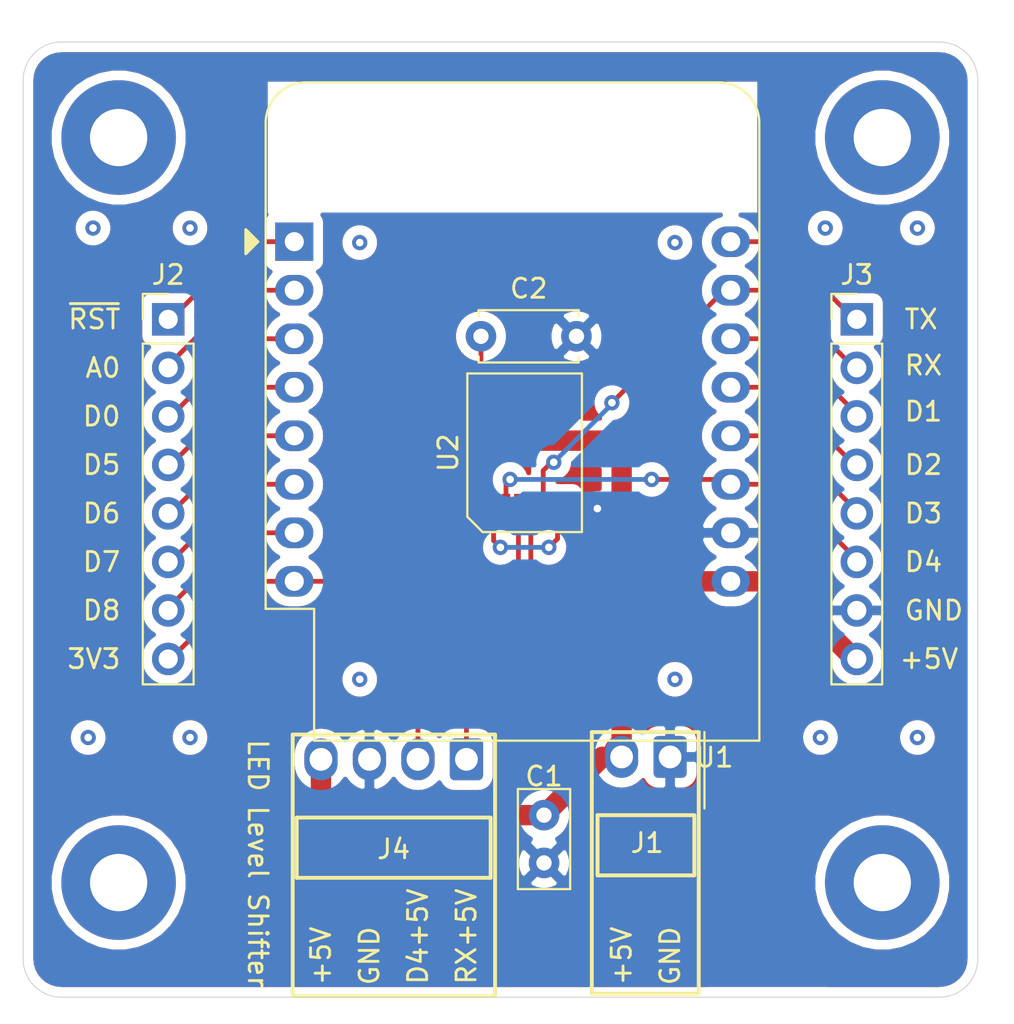
<source format=kicad_pcb>
(kicad_pcb (version 20171130) (host pcbnew "(5.1.6)-1")

  (general
    (thickness 1.6)
    (drawings 32)
    (tracks 98)
    (zones 0)
    (modules 12)
    (nets 25)
  )

  (page A4)
  (layers
    (0 F.Cu signal)
    (31 B.Cu signal)
    (32 B.Adhes user)
    (33 F.Adhes user)
    (34 B.Paste user)
    (35 F.Paste user)
    (36 B.SilkS user)
    (37 F.SilkS user)
    (38 B.Mask user)
    (39 F.Mask user)
    (40 Dwgs.User user)
    (41 Cmts.User user)
    (42 Eco1.User user)
    (43 Eco2.User user)
    (44 Edge.Cuts user)
    (45 Margin user)
    (46 B.CrtYd user)
    (47 F.CrtYd user hide)
    (48 B.Fab user)
    (49 F.Fab user hide)
  )

  (setup
    (last_trace_width 0.25)
    (trace_clearance 0.2)
    (zone_clearance 0.508)
    (zone_45_only no)
    (trace_min 0.2)
    (via_size 0.8)
    (via_drill 0.4)
    (via_min_size 0.4)
    (via_min_drill 0.3)
    (uvia_size 0.3)
    (uvia_drill 0.1)
    (uvias_allowed no)
    (uvia_min_size 0.2)
    (uvia_min_drill 0.1)
    (edge_width 0.05)
    (segment_width 0.2)
    (pcb_text_width 0.3)
    (pcb_text_size 1.5 1.5)
    (mod_edge_width 0.12)
    (mod_text_size 1 1)
    (mod_text_width 0.15)
    (pad_size 1.524 1.524)
    (pad_drill 0.762)
    (pad_to_mask_clearance 0.051)
    (solder_mask_min_width 0.25)
    (aux_axis_origin 0 0)
    (visible_elements 7FFFFFFF)
    (pcbplotparams
      (layerselection 0x010fc_ffffffff)
      (usegerberextensions true)
      (usegerberattributes false)
      (usegerberadvancedattributes false)
      (creategerberjobfile false)
      (excludeedgelayer true)
      (linewidth 0.100000)
      (plotframeref false)
      (viasonmask false)
      (mode 1)
      (useauxorigin false)
      (hpglpennumber 1)
      (hpglpenspeed 20)
      (hpglpendiameter 15.000000)
      (psnegative false)
      (psa4output false)
      (plotreference true)
      (plotvalue true)
      (plotinvisibletext false)
      (padsonsilk false)
      (subtractmaskfromsilk false)
      (outputformat 1)
      (mirror false)
      (drillshape 0)
      (scaleselection 1)
      (outputdirectory "gerbers/"))
  )

  (net 0 "")
  (net 1 +5V)
  (net 2 GND)
  (net 3 "Net-(U2-Pad9)")
  (net 4 "Net-(U2-Pad10)")
  (net 5 "Net-(U2-Pad11)")
  (net 6 "Net-(U2-Pad13)")
  (net 7 "Net-(U2-Pad14)")
  (net 8 "Net-(U2-Pad15)")
  (net 9 /RX+5V)
  (net 10 /D4+5V)
  (net 11 D4)
  (net 12 RX)
  (net 13 ~RST)
  (net 14 A0)
  (net 15 D0)
  (net 16 D5)
  (net 17 D6)
  (net 18 D7)
  (net 19 D8)
  (net 20 3V3)
  (net 21 D3)
  (net 22 D2)
  (net 23 D1)
  (net 24 TX)

  (net_class Default "This is the default net class."
    (clearance 0.2)
    (trace_width 0.25)
    (via_dia 0.8)
    (via_drill 0.4)
    (uvia_dia 0.3)
    (uvia_drill 0.1)
    (add_net /D4+5V)
    (add_net /RX+5V)
    (add_net 3V3)
    (add_net A0)
    (add_net D0)
    (add_net D1)
    (add_net D2)
    (add_net D3)
    (add_net D4)
    (add_net D5)
    (add_net D6)
    (add_net D7)
    (add_net D8)
    (add_net GND)
    (add_net "Net-(U2-Pad10)")
    (add_net "Net-(U2-Pad11)")
    (add_net "Net-(U2-Pad13)")
    (add_net "Net-(U2-Pad14)")
    (add_net "Net-(U2-Pad15)")
    (add_net "Net-(U2-Pad9)")
    (add_net RX)
    (add_net TX)
    (add_net ~RST)
  )

  (net_class +5V ""
    (clearance 0.2)
    (trace_width 1.0668)
    (via_dia 0.8)
    (via_drill 0.4)
    (uvia_dia 0.3)
    (uvia_drill 0.1)
    (add_net +5V)
  )

  (module Module:WEMOS_D1_mini_light (layer F.Cu) (tedit 5BBFB1CE) (tstamp 5F02C646)
    (at 84.201 63.452)
    (descr "16-pin module, column spacing 22.86 mm (900 mils), https://wiki.wemos.cc/products:d1:d1_mini, https://c1.staticflickr.com/1/734/31400410271_f278b087db_z.jpg")
    (tags "ESP8266 WiFi microcontroller")
    (path /5EFD7F45)
    (fp_text reference U1 (at 22 27) (layer F.SilkS)
      (effects (font (size 1 1) (thickness 0.15)))
    )
    (fp_text value WeMos_D1_mini (at 11.7 0) (layer F.Fab)
      (effects (font (size 1 1) (thickness 0.15)))
    )
    (fp_line (start 1.04 26.12) (end 24.36 26.12) (layer F.SilkS) (width 0.12))
    (fp_line (start -1.5 19.22) (end -1.5 -6.21) (layer F.SilkS) (width 0.12))
    (fp_line (start 24.36 26.12) (end 24.36 -6.21) (layer F.SilkS) (width 0.12))
    (fp_line (start 22.24 -8.34) (end 0.63 -8.34) (layer F.SilkS) (width 0.12))
    (fp_line (start 1.17 25.99) (end 24.23 25.99) (layer F.Fab) (width 0.1))
    (fp_line (start 24.23 25.99) (end 24.23 -6.21) (layer F.Fab) (width 0.1))
    (fp_line (start 22.23 -8.21) (end 0.63 -8.21) (layer F.Fab) (width 0.1))
    (fp_line (start -1.37 1) (end -1.37 19.09) (layer F.Fab) (width 0.1))
    (fp_line (start -1.62 -8.46) (end 24.48 -8.46) (layer F.CrtYd) (width 0.05))
    (fp_line (start 24.48 -8.41) (end 24.48 26.24) (layer F.CrtYd) (width 0.05))
    (fp_line (start 24.48 26.24) (end -1.62 26.24) (layer F.CrtYd) (width 0.05))
    (fp_line (start -1.62 26.24) (end -1.62 -8.46) (layer F.CrtYd) (width 0.05))
    (fp_poly (pts (xy -2.54 -0.635) (xy -2.54 0.635) (xy -1.905 0)) (layer F.SilkS) (width 0.15))
    (fp_line (start -1.35 -1.4) (end 24.25 -1.4) (layer Dwgs.User) (width 0.1))
    (fp_line (start 24.25 -1.4) (end 24.25 -8.2) (layer Dwgs.User) (width 0.1))
    (fp_line (start 24.25 -8.2) (end -1.35 -8.2) (layer Dwgs.User) (width 0.1))
    (fp_line (start -1.35 -8.2) (end -1.35 -1.4) (layer Dwgs.User) (width 0.1))
    (fp_line (start -1.35 -1.4) (end 5.45 -8.2) (layer Dwgs.User) (width 0.1))
    (fp_line (start 0.65 -1.4) (end 7.45 -8.2) (layer Dwgs.User) (width 0.1))
    (fp_line (start 2.65 -1.4) (end 9.45 -8.2) (layer Dwgs.User) (width 0.1))
    (fp_line (start 4.65 -1.4) (end 11.45 -8.2) (layer Dwgs.User) (width 0.1))
    (fp_line (start 6.65 -1.4) (end 13.45 -8.2) (layer Dwgs.User) (width 0.1))
    (fp_line (start 8.65 -1.4) (end 15.45 -8.2) (layer Dwgs.User) (width 0.1))
    (fp_line (start 10.65 -1.4) (end 17.45 -8.2) (layer Dwgs.User) (width 0.1))
    (fp_line (start 12.65 -1.4) (end 19.45 -8.2) (layer Dwgs.User) (width 0.1))
    (fp_line (start 14.65 -1.4) (end 21.45 -8.2) (layer Dwgs.User) (width 0.1))
    (fp_line (start 16.65 -1.4) (end 23.45 -8.2) (layer Dwgs.User) (width 0.1))
    (fp_line (start 18.65 -1.4) (end 24.25 -7) (layer Dwgs.User) (width 0.1))
    (fp_line (start 20.65 -1.4) (end 24.25 -5) (layer Dwgs.User) (width 0.1))
    (fp_line (start 22.65 -1.4) (end 24.25 -3) (layer Dwgs.User) (width 0.1))
    (fp_line (start -1.35 -3.4) (end 3.45 -8.2) (layer Dwgs.User) (width 0.1))
    (fp_line (start -1.3 -5.45) (end 1.45 -8.2) (layer Dwgs.User) (width 0.1))
    (fp_line (start -1.35 -7.4) (end -0.55 -8.2) (layer Dwgs.User) (width 0.1))
    (fp_line (start -1.37 19.09) (end 1.17 19.09) (layer F.Fab) (width 0.1))
    (fp_line (start 1.17 19.09) (end 1.17 25.99) (layer F.Fab) (width 0.1))
    (fp_line (start -1.37 -6.21) (end -1.37 -1) (layer F.Fab) (width 0.1))
    (fp_line (start -1.37 1) (end -0.37 0) (layer F.Fab) (width 0.1))
    (fp_line (start -0.37 0) (end -1.37 -1) (layer F.Fab) (width 0.1))
    (fp_line (start -1.5 19.22) (end 1.04 19.22) (layer F.SilkS) (width 0.12))
    (fp_line (start 1.04 19.22) (end 1.04 26.12) (layer F.SilkS) (width 0.12))
    (fp_text user %R (at 11.43 10) (layer F.Fab)
      (effects (font (size 1 1) (thickness 0.15)))
    )
    (fp_arc (start 0.63 -6.21) (end 0.63 -8.21) (angle -90) (layer F.Fab) (width 0.1))
    (fp_arc (start 22.23 -6.21) (end 24.23 -6.19) (angle -90) (layer F.Fab) (width 0.1))
    (fp_arc (start 0.63 -6.21) (end 0.63 -8.34) (angle -90) (layer F.SilkS) (width 0.12))
    (fp_arc (start 22.23 -6.21) (end 24.36 -6.21) (angle -90) (layer F.SilkS) (width 0.12))
    (fp_text user "KEEP OUT" (at 11.43 -6.35) (layer Cmts.User)
      (effects (font (size 1 1) (thickness 0.15)))
    )
    (fp_text user "No copper" (at 11.43 -3.81) (layer Cmts.User)
      (effects (font (size 1 1) (thickness 0.15)))
    )
    (pad 2 thru_hole oval (at 0 2.54) (size 2 1.6) (drill 1) (layers *.Cu *.Mask)
      (net 14 A0))
    (pad 1 thru_hole rect (at 0 0) (size 2 2) (drill 1) (layers *.Cu *.Mask)
      (net 13 ~RST))
    (pad 3 thru_hole oval (at 0 5.08) (size 2 1.6) (drill 1) (layers *.Cu *.Mask)
      (net 15 D0))
    (pad 4 thru_hole oval (at 0 7.62) (size 2 1.6) (drill 1) (layers *.Cu *.Mask)
      (net 16 D5))
    (pad 5 thru_hole oval (at 0 10.16) (size 2 1.6) (drill 1) (layers *.Cu *.Mask)
      (net 17 D6))
    (pad 6 thru_hole oval (at 0 12.7) (size 2 1.6) (drill 1) (layers *.Cu *.Mask)
      (net 18 D7))
    (pad 7 thru_hole oval (at 0 15.24) (size 2 1.6) (drill 1) (layers *.Cu *.Mask)
      (net 19 D8))
    (pad 8 thru_hole oval (at 0 17.78) (size 2 1.6) (drill 1) (layers *.Cu *.Mask)
      (net 20 3V3))
    (pad 9 thru_hole oval (at 22.86 17.78) (size 2 1.6) (drill 1) (layers *.Cu *.Mask)
      (net 1 +5V))
    (pad 10 thru_hole oval (at 22.86 15.24) (size 2 1.6) (drill 1) (layers *.Cu *.Mask)
      (net 2 GND))
    (pad 11 thru_hole oval (at 22.86 12.7) (size 2 1.6) (drill 1) (layers *.Cu *.Mask)
      (net 11 D4))
    (pad 12 thru_hole oval (at 22.86 10.16) (size 2 1.6) (drill 1) (layers *.Cu *.Mask)
      (net 21 D3))
    (pad 13 thru_hole oval (at 22.86 7.62) (size 2 1.6) (drill 1) (layers *.Cu *.Mask)
      (net 22 D2))
    (pad 14 thru_hole oval (at 22.86 5.08) (size 2 1.6) (drill 1) (layers *.Cu *.Mask)
      (net 23 D1))
    (pad 15 thru_hole oval (at 22.86 2.54) (size 2 1.6) (drill 1) (layers *.Cu *.Mask)
      (net 12 RX))
    (pad 16 thru_hole oval (at 22.86 0) (size 2 1.6) (drill 1) (layers *.Cu *.Mask)
      (net 24 TX))
    (model ${KISYS3DMOD}/Module.3dshapes/WEMOS_D1_mini_light.wrl
      (at (xyz 0 0 0))
      (scale (xyz 1 1 1))
      (rotate (xyz 0 0 0))
    )
    (model ${KISYS3DMOD}/Connector_PinHeader_2.54mm.3dshapes/PinHeader_1x08_P2.54mm_Vertical.wrl
      (offset (xyz 0 0 9.5))
      (scale (xyz 1 1 1))
      (rotate (xyz 0 -180 0))
    )
    (model ${KISYS3DMOD}/Connector_PinHeader_2.54mm.3dshapes/PinHeader_1x08_P2.54mm_Vertical.wrl
      (offset (xyz 22.86 0 9.5))
      (scale (xyz 1 1 1))
      (rotate (xyz 0 -180 0))
    )
    (model ${KISYS3DMOD}/Connector_PinSocket_2.54mm.3dshapes/PinSocket_1x08_P2.54mm_Vertical.wrl
      (at (xyz 0 0 0))
      (scale (xyz 1 1 1))
      (rotate (xyz 0 0 0))
    )
    (model ${KISYS3DMOD}/Connector_PinSocket_2.54mm.3dshapes/PinSocket_1x08_P2.54mm_Vertical.wrl
      (offset (xyz 22.86 0 0))
      (scale (xyz 1 1 1))
      (rotate (xyz 0 0 0))
    )
  )

  (module MountingHole:MountingHole_3mm_Pad (layer F.Cu) (tedit 56D1B4CB) (tstamp 5EFFC215)
    (at 75 97)
    (descr "Mounting Hole 3mm")
    (tags "mounting hole 3mm")
    (attr virtual)
    (fp_text reference REF** (at 0 -4) (layer F.SilkS) hide
      (effects (font (size 1 1) (thickness 0.15)))
    )
    (fp_text value MountingHole_3mm_Pad (at 0 4) (layer F.Fab) hide
      (effects (font (size 1 1) (thickness 0.15)))
    )
    (fp_circle (center 0 0) (end 3.25 0) (layer F.CrtYd) (width 0.05))
    (fp_circle (center 0 0) (end 3 0) (layer Cmts.User) (width 0.15))
    (fp_text user %R (at 0.3 0) (layer F.Fab) hide
      (effects (font (size 1 1) (thickness 0.15)))
    )
    (pad 1 thru_hole circle (at 0 0) (size 6 6) (drill 3) (layers *.Cu *.Mask))
  )

  (module MountingHole:MountingHole_3mm_Pad (layer F.Cu) (tedit 56D1B4CB) (tstamp 5EFFC229)
    (at 115 97)
    (descr "Mounting Hole 3mm")
    (tags "mounting hole 3mm")
    (attr virtual)
    (fp_text reference REF** (at 0 -4) (layer F.SilkS) hide
      (effects (font (size 1 1) (thickness 0.15)))
    )
    (fp_text value MountingHole_3mm_Pad (at 0 4) (layer F.Fab) hide
      (effects (font (size 1 1) (thickness 0.15)))
    )
    (fp_circle (center 0 0) (end 3.25 0) (layer F.CrtYd) (width 0.05))
    (fp_circle (center 0 0) (end 3 0) (layer Cmts.User) (width 0.15))
    (pad 1 thru_hole circle (at 0 0) (size 6 6) (drill 3) (layers *.Cu *.Mask))
  )

  (module MountingHole:MountingHole_3mm_Pad (layer F.Cu) (tedit 56D1B4CB) (tstamp 5F02C5F6)
    (at 115 58)
    (descr "Mounting Hole 3mm")
    (tags "mounting hole 3mm")
    (attr virtual)
    (fp_text reference REF** (at 0 -4) (layer F.SilkS) hide
      (effects (font (size 1 1) (thickness 0.15)))
    )
    (fp_text value MountingHole_3mm_Pad (at 0 4) (layer F.Fab) hide
      (effects (font (size 1 1) (thickness 0.15)))
    )
    (fp_circle (center 0 0) (end 3.25 0) (layer F.CrtYd) (width 0.05))
    (fp_circle (center 0 0) (end 3 0) (layer Cmts.User) (width 0.15))
    (fp_text user %R (at 0.3 0) (layer F.Fab) hide
      (effects (font (size 1 1) (thickness 0.15)))
    )
    (pad 1 thru_hole circle (at 0 0) (size 6 6) (drill 3) (layers *.Cu *.Mask))
  )

  (module MountingHole:MountingHole_3mm_Pad (layer F.Cu) (tedit 56D1B4CB) (tstamp 5F02C722)
    (at 75 58)
    (descr "Mounting Hole 3mm")
    (tags "mounting hole 3mm")
    (attr virtual)
    (fp_text reference REF** (at 0 -4) (layer F.SilkS) hide
      (effects (font (size 1 1) (thickness 0.15)))
    )
    (fp_text value MountingHole_3mm_Pad (at 0 4) (layer F.Fab) hide
      (effects (font (size 1 1) (thickness 0.15)))
    )
    (fp_circle (center 0 0) (end 3.25 0) (layer F.CrtYd) (width 0.05))
    (fp_circle (center 0 0) (end 3 0) (layer Cmts.User) (width 0.15))
    (fp_text user %R (at 0.3 0) (layer F.Fab) hide
      (effects (font (size 1 1) (thickness 0.15)))
    )
    (pad 1 thru_hole circle (at 0 0) (size 6 6) (drill 3) (layers *.Cu *.Mask))
  )

  (module "LED controller board:Molex_KK-254_AE-6410-04A_1x04_P2.54mm_Horizontal" (layer F.Cu) (tedit 5EF8C655) (tstamp 5EFFFE42)
    (at 93.218 90.551 180)
    (descr "Molex KK-254 Interconnect System, old/engineering part number: AE-6410-04A example for new part number: 22-27-2041, 4 Pins (http://www.molex.com/pdm_docs/sd/022272021_sd.pdf), generated with kicad-footprint-generator")
    (tags "connector Molex KK-254 vertical")
    (path /5EFDF467)
    (fp_text reference J4 (at 3.81 -4.699) (layer F.SilkS)
      (effects (font (size 1 1) (thickness 0.15)))
    )
    (fp_text value Conn_01x04_Male (at 3.81 4.08) (layer F.Fab)
      (effects (font (size 1 1) (thickness 0.15)))
    )
    (fp_line (start -1.5 1.3) (end -1.5 -12.4) (layer F.SilkS) (width 0.2032))
    (fp_line (start 9.1 1.3) (end -1.5 1.3) (layer F.SilkS) (width 0.2032))
    (fp_line (start 9.1 -12.4) (end 9.1 1.3) (layer F.SilkS) (width 0.2032))
    (fp_line (start -1.5 -12.4) (end 9.1 -12.4) (layer F.SilkS) (width 0.2032))
    (fp_line (start -1.5 -12.4) (end 9.1 -12.4) (layer F.CrtYd) (width 0.12))
    (fp_line (start -1.5 0) (end 9.1 0) (layer F.CrtYd) (width 0.12))
    (fp_line (start 9.1 0) (end 9.1 -12.4) (layer F.CrtYd) (width 0.12))
    (fp_line (start -1.5 0) (end -1.5 -12.4) (layer F.CrtYd) (width 0.12))
    (fp_line (start -1.27 -6.2) (end -1.27 -3.1) (layer F.SilkS) (width 0.2032))
    (fp_line (start 8.89 -6.2) (end -1.27 -6.2) (layer F.SilkS) (width 0.2032))
    (fp_line (start 8.89 -3.05) (end 8.89 -6.2) (layer F.SilkS) (width 0.2032))
    (fp_line (start -1.27 -3.048) (end 8.89 -3.048) (layer F.SilkS) (width 0.2032))
    (fp_line (start -1.016 -1.27) (end -1.016 1.27) (layer F.Fab) (width 0.12))
    (fp_line (start -1.016 1.27) (end 8.636 1.27) (layer F.Fab) (width 0.12))
    (fp_line (start 8.636 1.27) (end 8.636 -1.27) (layer F.Fab) (width 0.12))
    (fp_line (start 8.636 -1.27) (end -1.016 -1.27) (layer F.Fab) (width 0.12))
    (fp_line (start 9.144 0) (end 9.144 -11.2268) (layer F.Fab) (width 0.12))
    (fp_line (start -1.524 -11.2268) (end 9.144 -11.2268) (layer F.Fab) (width 0.12))
    (fp_line (start -1.524 0) (end 9.144 0) (layer F.Fab) (width 0.12))
    (fp_text user %R (at 4.064 -10.414) (layer F.Fab)
      (effects (font (size 1 1) (thickness 0.15)))
    )
    (pad 1 thru_hole roundrect (at 0 0 180) (size 1.74 2.19) (drill 1.19) (layers *.Cu *.Mask) (roundrect_rratio 0.143678)
      (net 9 /RX+5V))
    (pad 2 thru_hole oval (at 2.54 0 180) (size 1.74 2.19) (drill 1.19) (layers *.Cu *.Mask)
      (net 10 /D4+5V))
    (pad 3 thru_hole oval (at 5.08 0 180) (size 1.74 2.19) (drill 1.19) (layers *.Cu *.Mask)
      (net 2 GND))
    (pad 4 thru_hole oval (at 7.62 0 180) (size 1.74 2.19) (drill 1.19) (layers *.Cu *.Mask)
      (net 1 +5V))
    (model "${KIPRJMOD}/3D Models/Molex 22-05-3041 4-pin male horizontal.step"
      (offset (xyz 3.81 0 0))
      (scale (xyz 1 1 1))
      (rotate (xyz 0 0 0))
    )
  )

  (module Capacitor_THT:C_Disc_D5.0mm_W2.5mm_P2.50mm (layer F.Cu) (tedit 5AE50EF0) (tstamp 5F001F9B)
    (at 97.282 95.972 90)
    (descr "C, Disc series, Radial, pin pitch=2.50mm, , diameter*width=5*2.5mm^2, Capacitor, http://cdn-reichelt.de/documents/datenblatt/B300/DS_KERKO_TC.pdf")
    (tags "C Disc series Radial pin pitch 2.50mm  diameter 5mm width 2.5mm Capacitor")
    (path /5EFD04E9)
    (fp_text reference C1 (at 4.532 0 180) (layer F.SilkS)
      (effects (font (size 1 1) (thickness 0.15)))
    )
    (fp_text value 10uF (at 1.25 2.5 90) (layer F.Fab)
      (effects (font (size 1 1) (thickness 0.15)))
    )
    (fp_line (start -1.25 -1.25) (end -1.25 1.25) (layer F.Fab) (width 0.1))
    (fp_line (start -1.25 1.25) (end 3.75 1.25) (layer F.Fab) (width 0.1))
    (fp_line (start 3.75 1.25) (end 3.75 -1.25) (layer F.Fab) (width 0.1))
    (fp_line (start 3.75 -1.25) (end -1.25 -1.25) (layer F.Fab) (width 0.1))
    (fp_line (start -1.37 -1.37) (end 3.87 -1.37) (layer F.SilkS) (width 0.12))
    (fp_line (start -1.37 1.37) (end 3.87 1.37) (layer F.SilkS) (width 0.12))
    (fp_line (start -1.37 -1.37) (end -1.37 1.37) (layer F.SilkS) (width 0.12))
    (fp_line (start 3.87 -1.37) (end 3.87 1.37) (layer F.SilkS) (width 0.12))
    (fp_line (start -1.5 -1.5) (end -1.5 1.5) (layer F.CrtYd) (width 0.05))
    (fp_line (start -1.5 1.5) (end 4 1.5) (layer F.CrtYd) (width 0.05))
    (fp_line (start 4 1.5) (end 4 -1.5) (layer F.CrtYd) (width 0.05))
    (fp_line (start 4 -1.5) (end -1.5 -1.5) (layer F.CrtYd) (width 0.05))
    (fp_text user %R (at 1.25 0 90) (layer F.Fab)
      (effects (font (size 1 1) (thickness 0.15)))
    )
    (pad 1 thru_hole circle (at 0 0 90) (size 1.6 1.6) (drill 0.8) (layers *.Cu *.Mask)
      (net 2 GND))
    (pad 2 thru_hole circle (at 2.5 0 90) (size 1.6 1.6) (drill 0.8) (layers *.Cu *.Mask)
      (net 1 +5V))
    (model ${KISYS3DMOD}/Capacitor_THT.3dshapes/C_Disc_D5.0mm_W2.5mm_P2.50mm.wrl
      (at (xyz 0 0 0))
      (scale (xyz 1 1 1))
      (rotate (xyz 0 0 0))
    )
  )

  (module Capacitor_THT:C_Disc_D5.0mm_W2.5mm_P5.00mm (layer F.Cu) (tedit 5AE50EF0) (tstamp 5F02C744)
    (at 93.98 68.405)
    (descr "C, Disc series, Radial, pin pitch=5.00mm, , diameter*width=5*2.5mm^2, Capacitor, http://cdn-reichelt.de/documents/datenblatt/B300/DS_KERKO_TC.pdf")
    (tags "C Disc series Radial pin pitch 5.00mm  diameter 5mm width 2.5mm Capacitor")
    (path /5EFE12AC)
    (fp_text reference C2 (at 2.5 -2.5) (layer F.SilkS)
      (effects (font (size 1 1) (thickness 0.15)))
    )
    (fp_text value 0.1uF (at 2.5 2.5) (layer F.Fab)
      (effects (font (size 1 1) (thickness 0.15)))
    )
    (fp_line (start 0 -1.25) (end 0 1.25) (layer F.Fab) (width 0.1))
    (fp_line (start 0 1.25) (end 5 1.25) (layer F.Fab) (width 0.1))
    (fp_line (start 5 1.25) (end 5 -1.25) (layer F.Fab) (width 0.1))
    (fp_line (start 5 -1.25) (end 0 -1.25) (layer F.Fab) (width 0.1))
    (fp_line (start -0.12 -1.37) (end 5.12 -1.37) (layer F.SilkS) (width 0.12))
    (fp_line (start -0.12 1.37) (end 5.12 1.37) (layer F.SilkS) (width 0.12))
    (fp_line (start -0.12 -1.37) (end -0.12 -1.055) (layer F.SilkS) (width 0.12))
    (fp_line (start -0.12 1.055) (end -0.12 1.37) (layer F.SilkS) (width 0.12))
    (fp_line (start 5.12 -1.37) (end 5.12 -1.055) (layer F.SilkS) (width 0.12))
    (fp_line (start 5.12 1.055) (end 5.12 1.37) (layer F.SilkS) (width 0.12))
    (fp_line (start -1.05 -1.5) (end -1.05 1.5) (layer F.CrtYd) (width 0.05))
    (fp_line (start -1.05 1.5) (end 6.05 1.5) (layer F.CrtYd) (width 0.05))
    (fp_line (start 6.05 1.5) (end 6.05 -1.5) (layer F.CrtYd) (width 0.05))
    (fp_line (start 6.05 -1.5) (end -1.05 -1.5) (layer F.CrtYd) (width 0.05))
    (fp_text user %R (at 2.5 0) (layer F.Fab)
      (effects (font (size 1 1) (thickness 0.15)))
    )
    (pad 1 thru_hole circle (at 0 0) (size 1.6 1.6) (drill 0.8) (layers *.Cu *.Mask)
      (net 1 +5V))
    (pad 2 thru_hole circle (at 5 0) (size 1.6 1.6) (drill 0.8) (layers *.Cu *.Mask)
      (net 2 GND))
    (model ${KISYS3DMOD}/Capacitor_THT.3dshapes/C_Disc_D5.0mm_W2.5mm_P5.00mm.wrl
      (at (xyz 0 0 0))
      (scale (xyz 1 1 1))
      (rotate (xyz 0 0 0))
    )
  )

  (module Connector_PinHeader_2.54mm:PinHeader_1x08_P2.54mm_Vertical (layer F.Cu) (tedit 59FED5CC) (tstamp 5F02C6E5)
    (at 77.597 67.516)
    (descr "Through hole straight pin header, 1x08, 2.54mm pitch, single row")
    (tags "Through hole pin header THT 1x08 2.54mm single row")
    (path /5EFE63F6)
    (fp_text reference J2 (at 0 -2.33) (layer F.SilkS)
      (effects (font (size 1 1) (thickness 0.15)))
    )
    (fp_text value Conn_01x08 (at 0 20.11) (layer F.Fab)
      (effects (font (size 1 1) (thickness 0.15)))
    )
    (fp_line (start -0.635 -1.27) (end 1.27 -1.27) (layer F.Fab) (width 0.1))
    (fp_line (start 1.27 -1.27) (end 1.27 19.05) (layer F.Fab) (width 0.1))
    (fp_line (start 1.27 19.05) (end -1.27 19.05) (layer F.Fab) (width 0.1))
    (fp_line (start -1.27 19.05) (end -1.27 -0.635) (layer F.Fab) (width 0.1))
    (fp_line (start -1.27 -0.635) (end -0.635 -1.27) (layer F.Fab) (width 0.1))
    (fp_line (start -1.33 19.11) (end 1.33 19.11) (layer F.SilkS) (width 0.12))
    (fp_line (start -1.33 1.27) (end -1.33 19.11) (layer F.SilkS) (width 0.12))
    (fp_line (start 1.33 1.27) (end 1.33 19.11) (layer F.SilkS) (width 0.12))
    (fp_line (start -1.33 1.27) (end 1.33 1.27) (layer F.SilkS) (width 0.12))
    (fp_line (start -1.33 0) (end -1.33 -1.33) (layer F.SilkS) (width 0.12))
    (fp_line (start -1.33 -1.33) (end 0 -1.33) (layer F.SilkS) (width 0.12))
    (fp_line (start -1.8 -1.8) (end -1.8 19.55) (layer F.CrtYd) (width 0.05))
    (fp_line (start -1.8 19.55) (end 1.8 19.55) (layer F.CrtYd) (width 0.05))
    (fp_line (start 1.8 19.55) (end 1.8 -1.8) (layer F.CrtYd) (width 0.05))
    (fp_line (start 1.8 -1.8) (end -1.8 -1.8) (layer F.CrtYd) (width 0.05))
    (fp_text user %R (at 0 8.89 90) (layer F.Fab)
      (effects (font (size 1 1) (thickness 0.15)))
    )
    (pad 1 thru_hole rect (at 0 0) (size 1.7 1.7) (drill 1) (layers *.Cu *.Mask)
      (net 13 ~RST))
    (pad 2 thru_hole oval (at 0 2.54) (size 1.7 1.7) (drill 1) (layers *.Cu *.Mask)
      (net 14 A0))
    (pad 3 thru_hole oval (at 0 5.08) (size 1.7 1.7) (drill 1) (layers *.Cu *.Mask)
      (net 15 D0))
    (pad 4 thru_hole oval (at 0 7.62) (size 1.7 1.7) (drill 1) (layers *.Cu *.Mask)
      (net 16 D5))
    (pad 5 thru_hole oval (at 0 10.16) (size 1.7 1.7) (drill 1) (layers *.Cu *.Mask)
      (net 17 D6))
    (pad 6 thru_hole oval (at 0 12.7) (size 1.7 1.7) (drill 1) (layers *.Cu *.Mask)
      (net 18 D7))
    (pad 7 thru_hole oval (at 0 15.24) (size 1.7 1.7) (drill 1) (layers *.Cu *.Mask)
      (net 19 D8))
    (pad 8 thru_hole oval (at 0 17.78) (size 1.7 1.7) (drill 1) (layers *.Cu *.Mask)
      (net 20 3V3))
    (model ${KISYS3DMOD}/Connector_PinHeader_2.54mm.3dshapes/PinHeader_1x08_P2.54mm_Vertical.wrl
      (at (xyz 0 0 0))
      (scale (xyz 1 1 1))
      (rotate (xyz 0 0 0))
    )
  )

  (module Connector_PinHeader_2.54mm:PinHeader_1x08_P2.54mm_Vertical (layer F.Cu) (tedit 59FED5CC) (tstamp 5F02C5B9)
    (at 113.665 67.516)
    (descr "Through hole straight pin header, 1x08, 2.54mm pitch, single row")
    (tags "Through hole pin header THT 1x08 2.54mm single row")
    (path /5EFE83F9)
    (fp_text reference J3 (at 0 -2.33) (layer F.SilkS)
      (effects (font (size 1 1) (thickness 0.15)))
    )
    (fp_text value Conn_01x08 (at 0 20.11) (layer F.Fab)
      (effects (font (size 1 1) (thickness 0.15)))
    )
    (fp_line (start 1.8 -1.8) (end -1.8 -1.8) (layer F.CrtYd) (width 0.05))
    (fp_line (start 1.8 19.55) (end 1.8 -1.8) (layer F.CrtYd) (width 0.05))
    (fp_line (start -1.8 19.55) (end 1.8 19.55) (layer F.CrtYd) (width 0.05))
    (fp_line (start -1.8 -1.8) (end -1.8 19.55) (layer F.CrtYd) (width 0.05))
    (fp_line (start -1.33 -1.33) (end 0 -1.33) (layer F.SilkS) (width 0.12))
    (fp_line (start -1.33 0) (end -1.33 -1.33) (layer F.SilkS) (width 0.12))
    (fp_line (start -1.33 1.27) (end 1.33 1.27) (layer F.SilkS) (width 0.12))
    (fp_line (start 1.33 1.27) (end 1.33 19.11) (layer F.SilkS) (width 0.12))
    (fp_line (start -1.33 1.27) (end -1.33 19.11) (layer F.SilkS) (width 0.12))
    (fp_line (start -1.33 19.11) (end 1.33 19.11) (layer F.SilkS) (width 0.12))
    (fp_line (start -1.27 -0.635) (end -0.635 -1.27) (layer F.Fab) (width 0.1))
    (fp_line (start -1.27 19.05) (end -1.27 -0.635) (layer F.Fab) (width 0.1))
    (fp_line (start 1.27 19.05) (end -1.27 19.05) (layer F.Fab) (width 0.1))
    (fp_line (start 1.27 -1.27) (end 1.27 19.05) (layer F.Fab) (width 0.1))
    (fp_line (start -0.635 -1.27) (end 1.27 -1.27) (layer F.Fab) (width 0.1))
    (fp_text user %R (at 0 8.89 90) (layer F.Fab)
      (effects (font (size 1 1) (thickness 0.15)))
    )
    (pad 8 thru_hole oval (at 0 17.78) (size 1.7 1.7) (drill 1) (layers *.Cu *.Mask)
      (net 1 +5V))
    (pad 7 thru_hole oval (at 0 15.24) (size 1.7 1.7) (drill 1) (layers *.Cu *.Mask)
      (net 2 GND))
    (pad 6 thru_hole oval (at 0 12.7) (size 1.7 1.7) (drill 1) (layers *.Cu *.Mask)
      (net 11 D4))
    (pad 5 thru_hole oval (at 0 10.16) (size 1.7 1.7) (drill 1) (layers *.Cu *.Mask)
      (net 21 D3))
    (pad 4 thru_hole oval (at 0 7.62) (size 1.7 1.7) (drill 1) (layers *.Cu *.Mask)
      (net 22 D2))
    (pad 3 thru_hole oval (at 0 5.08) (size 1.7 1.7) (drill 1) (layers *.Cu *.Mask)
      (net 23 D1))
    (pad 2 thru_hole oval (at 0 2.54) (size 1.7 1.7) (drill 1) (layers *.Cu *.Mask)
      (net 12 RX))
    (pad 1 thru_hole rect (at 0 0) (size 1.7 1.7) (drill 1) (layers *.Cu *.Mask)
      (net 24 TX))
    (model ${KISYS3DMOD}/Connector_PinHeader_2.54mm.3dshapes/PinHeader_1x08_P2.54mm_Vertical.wrl
      (at (xyz 0 0 0))
      (scale (xyz 1 1 1))
      (rotate (xyz 0 0 0))
    )
  )

  (module "LED controller board:16TSSOP" (layer F.Cu) (tedit 5EFB32C3) (tstamp 5F02C788)
    (at 96.266 74.501)
    (path /5EFD9578)
    (attr smd)
    (fp_text reference U2 (at -4 0 90) (layer F.SilkS)
      (effects (font (size 1 1) (thickness 0.15)))
    )
    (fp_text value CD40109BE (at 0 0) (layer F.Fab)
      (effects (font (size 1 1) (thickness 0.15)))
    )
    (fp_line (start -2.2 4.15) (end -3 3.35) (layer F.SilkS) (width 0.12))
    (fp_line (start -3 3.35) (end -3 -4.15) (layer F.SilkS) (width 0.12))
    (fp_line (start -3 -4.15) (end 3 -4.15) (layer F.SilkS) (width 0.12))
    (fp_line (start 3 -4.15) (end 3 4.15) (layer F.SilkS) (width 0.12))
    (fp_line (start 3 4.15) (end -2.2 4.15) (layer F.SilkS) (width 0.12))
    (fp_line (start -2.75 -3.9) (end 2.75 -3.9) (layer F.CrtYd) (width 0.05))
    (fp_line (start 2.75 -3.9) (end 2.75 3.9) (layer F.CrtYd) (width 0.05))
    (fp_line (start 2.75 3.9) (end -2.75 3.9) (layer F.CrtYd) (width 0.05))
    (fp_line (start -2.75 3.9) (end -2.75 -3.9) (layer F.CrtYd) (width 0.05))
    (pad 16 smd rect (at -2.275 -2.9) (size 0.45 1.5) (layers F.Cu F.Paste F.Mask)
      (net 1 +5V))
    (pad 1 smd rect (at -2.275 2.9) (size 0.45 1.5) (layers F.Cu F.Paste F.Mask)
      (net 20 3V3))
    (pad 15 smd rect (at -1.625 -2.9) (size 0.45 1.5) (layers F.Cu F.Paste F.Mask)
      (net 8 "Net-(U2-Pad15)"))
    (pad 2 smd rect (at -1.625 2.9) (size 0.45 1.5) (layers F.Cu F.Paste F.Mask)
      (net 20 3V3))
    (pad 14 smd rect (at -0.975 -2.9) (size 0.45 1.5) (layers F.Cu F.Paste F.Mask)
      (net 7 "Net-(U2-Pad14)"))
    (pad 3 smd rect (at -0.975 2.9) (size 0.45 1.5) (layers F.Cu F.Paste F.Mask)
      (net 11 D4))
    (pad 13 smd rect (at -0.325 -2.9) (size 0.45 1.5) (layers F.Cu F.Paste F.Mask)
      (net 6 "Net-(U2-Pad13)"))
    (pad 4 smd rect (at -0.325 2.9) (size 0.45 1.5) (layers F.Cu F.Paste F.Mask)
      (net 10 /D4+5V))
    (pad 12 smd rect (at 0.325 -2.9) (size 0.45 1.5) (layers F.Cu F.Paste F.Mask))
    (pad 5 smd rect (at 0.325 2.9) (size 0.45 1.5) (layers F.Cu F.Paste F.Mask)
      (net 9 /RX+5V))
    (pad 11 smd rect (at 0.975 -2.9) (size 0.45 1.5) (layers F.Cu F.Paste F.Mask)
      (net 5 "Net-(U2-Pad11)"))
    (pad 6 smd rect (at 0.975 2.9) (size 0.45 1.5) (layers F.Cu F.Paste F.Mask)
      (net 12 RX))
    (pad 10 smd rect (at 1.625 -2.9) (size 0.45 1.5) (layers F.Cu F.Paste F.Mask)
      (net 4 "Net-(U2-Pad10)"))
    (pad 7 smd rect (at 1.625 2.9) (size 0.45 1.5) (layers F.Cu F.Paste F.Mask)
      (net 20 3V3))
    (pad 9 smd rect (at 2.275 -2.9) (size 0.45 1.5) (layers F.Cu F.Paste F.Mask)
      (net 3 "Net-(U2-Pad9)"))
    (pad 8 smd rect (at 2.275 2.9) (size 0.45 1.5) (layers F.Cu F.Paste F.Mask)
      (net 2 GND))
    (model "${KIPRJMOD}/3D Models/tssop_16.step"
      (offset (xyz -0.0762 0 0.5588))
      (scale (xyz 1 1 1))
      (rotate (xyz -90 0 0))
    )
  )

  (module "LED controller board:Molex_KK-254_AE-6410-02A_1x02_P2.54mm_Horizontal" (layer F.Cu) (tedit 5F0081B7) (tstamp 5F00F870)
    (at 102.486 95.724)
    (descr "Molex KK-254 Interconnect System, old/engineering part number: AE-6410-02A example for new part number: 22-27-2021, 2 Pins (http://www.molex.com/pdm_docs/sd/022272021_sd.pdf), generated with kicad-footprint-generator")
    (tags "connector Molex KK-254 vertical")
    (path /5EFFFCF5)
    (fp_text reference J1 (at 0.2 -0.8 180) (layer F.SilkS)
      (effects (font (size 1 1) (thickness 0.15)))
    )
    (fp_text value Conn_01x02_Male (at 1.3 8.7) (layer F.Fab)
      (effects (font (size 1 1) (thickness 0.15)))
    )
    (fp_line (start 2.8 -4.8) (end 2.092893 -5.3) (layer F.Fab) (width 0.1))
    (fp_line (start 2.092893 -5.3) (end 2.8 -5.8) (layer F.Fab) (width 0.1))
    (fp_line (start 3.2 -2.6) (end 3.2 -6.6) (layer F.SilkS) (width 0.12))
    (fp_line (start 2.924 -5.3) (end -2.6 -5.3) (layer F.Fab) (width 0.12))
    (fp_line (start -2.6 -5.3) (end -2.6 7.1) (layer F.CrtYd) (width 0.12))
    (fp_line (start 2.9 7.1) (end -2.7 7.1) (layer F.SilkS) (width 0.2032))
    (fp_line (start 2.416 -6.57) (end -2.2 -6.57) (layer F.Fab) (width 0.12))
    (fp_line (start 2.9 -6.6) (end 2.9 7.1) (layer F.SilkS) (width 0.2032))
    (fp_line (start 2.416 -4.03) (end 2.416 -6.57) (layer F.Fab) (width 0.12))
    (fp_line (start 2.9 5.9268) (end -2.6 5.9268) (layer F.Fab) (width 0.12))
    (fp_line (start 2.9 7.1) (end -2.6 7.1) (layer F.CrtYd) (width 0.12))
    (fp_line (start -2.4 -2.25) (end -2.4 0.9) (layer F.SilkS) (width 0.2032))
    (fp_line (start -2.4 0.9) (end 2.67 0.9) (layer F.SilkS) (width 0.2032))
    (fp_line (start 2.67 -2.252) (end -2.4 -2.252) (layer F.SilkS) (width 0.2032))
    (fp_line (start -2.7 -6.6) (end 2.9 -6.6) (layer F.SilkS) (width 0.2032))
    (fp_line (start 2.9 -5.3) (end -2.6 -5.3) (layer F.CrtYd) (width 0.12))
    (fp_line (start -2.6 -5.3) (end -2.6 5.9268) (layer F.Fab) (width 0.12))
    (fp_line (start 2.9 -5.3) (end 2.9 7.1) (layer F.CrtYd) (width 0.12))
    (fp_line (start 2.67 0.9) (end 2.67 -2.2) (layer F.SilkS) (width 0.2032))
    (fp_line (start -2.2 -6.57) (end -2.2 -4.06) (layer F.Fab) (width 0.12))
    (fp_line (start -2.2 -4.03) (end 2.416 -4.03) (layer F.Fab) (width 0.12))
    (fp_line (start -2.7 7.1) (end -2.7 -6.6) (layer F.SilkS) (width 0.2032))
    (fp_text user %R (at 0 5 180) (layer F.Fab)
      (effects (font (size 1 1) (thickness 0.15)))
    )
    (pad 1 thru_hole roundrect (at 1.4 -5.3 180) (size 1.74 2.19) (drill 1.19) (layers *.Cu *.Mask) (roundrect_rratio 0.143678)
      (net 2 GND))
    (pad 2 thru_hole oval (at -1.14 -5.3 180) (size 1.74 2.19) (drill 1.19) (layers *.Cu *.Mask)
      (net 1 +5V))
    (model "${KIPRJMOD}/3D Models/22053021.stp"
      (offset (xyz 0.127 1.0414 3.2004))
      (scale (xyz 1 1 1))
      (rotate (xyz 0 180 180))
    )
  )

  (gr_text RX+5V (at 93.218 99.822 90) (layer F.SilkS)
    (effects (font (size 1 1) (thickness 0.15)))
  )
  (gr_text D4+5V (at 90.678 99.822 90) (layer F.SilkS)
    (effects (font (size 1 1) (thickness 0.15)))
  )
  (gr_text GND (at 88.138 100.838 90) (layer F.SilkS)
    (effects (font (size 1 1) (thickness 0.15)))
  )
  (gr_text +5V (at 85.598 100.838 90) (layer F.SilkS)
    (effects (font (size 1 1) (thickness 0.15)))
  )
  (gr_text GND (at 103.886 100.838 90) (layer F.SilkS)
    (effects (font (size 1 1) (thickness 0.15)))
  )
  (gr_text +5V (at 101.346 100.838 90) (layer F.SilkS)
    (effects (font (size 1 1) (thickness 0.15)))
  )
  (gr_text +5V (at 115.824 85.296) (layer F.SilkS) (tstamp 5F02C7F1)
    (effects (font (size 1 1) (thickness 0.15)) (justify left))
  )
  (gr_text GND (at 116.078 82.756) (layer F.SilkS) (tstamp 5F02C7FA)
    (effects (font (size 1 1) (thickness 0.15)) (justify left))
  )
  (gr_text D4 (at 116.078 80.216) (layer F.SilkS) (tstamp 5F02C7E2)
    (effects (font (size 1 1) (thickness 0.15)) (justify left))
  )
  (gr_text D3 (at 116.078 77.676) (layer F.SilkS) (tstamp 5F02C7FD)
    (effects (font (size 1 1) (thickness 0.15)) (justify left))
  )
  (gr_text D2 (at 116.078 75.136) (layer F.SilkS) (tstamp 5F02C7D0)
    (effects (font (size 1 1) (thickness 0.15)) (justify left))
  )
  (gr_text D1 (at 116.078 72.342) (layer F.SilkS) (tstamp 5F02C7EB)
    (effects (font (size 1 1) (thickness 0.15)) (justify left))
  )
  (gr_text RX (at 116.078 69.929) (layer F.SilkS) (tstamp 5F02C7EE)
    (effects (font (size 1 1) (thickness 0.15)) (justify left))
  )
  (gr_text TX (at 116.078 67.516) (layer F.SilkS) (tstamp 5F02C7F7)
    (effects (font (size 1 1) (thickness 0.15)) (justify left))
  )
  (gr_text 3V3 (at 75.184 85.296) (layer F.SilkS) (tstamp 5F02C7E8)
    (effects (font (size 1 1) (thickness 0.15)) (justify right))
  )
  (gr_text D8 (at 75.184 82.756) (layer F.SilkS) (tstamp 5F02C7D3)
    (effects (font (size 1 1) (thickness 0.15)) (justify right))
  )
  (gr_text D7 (at 75.184 80.216) (layer F.SilkS) (tstamp 5F02C7DF)
    (effects (font (size 1 1) (thickness 0.15)) (justify right))
  )
  (gr_text D6 (at 75.184 77.676) (layer F.SilkS) (tstamp 5F02C7DC)
    (effects (font (size 1 1) (thickness 0.15)) (justify right))
  )
  (gr_text D5 (at 75.184 75.136) (layer F.SilkS) (tstamp 5F02C7D9)
    (effects (font (size 1 1) (thickness 0.15)) (justify right))
  )
  (gr_text D0 (at 75.184 72.596) (layer F.SilkS) (tstamp 5F02C7F4)
    (effects (font (size 1 1) (thickness 0.15)) (justify right))
  )
  (gr_text A0 (at 75.184 70.056) (layer F.SilkS) (tstamp 5F02C7E5)
    (effects (font (size 1 1) (thickness 0.15)) (justify right))
  )
  (gr_text ~RST (at 75.184 67.516) (layer F.SilkS) (tstamp 5F02C7D6)
    (effects (font (size 1 1) (thickness 0.15)) (justify right))
  )
  (gr_text v1.0 (at 108.966 101.346) (layer F.Cu)
    (effects (font (size 1.5 1.5) (thickness 0.3)))
  )
  (gr_text "LED Level Shifter" (at 82.296 96.012 270) (layer F.SilkS)
    (effects (font (size 1 1) (thickness 0.15)))
  )
  (gr_arc (start 72 101) (end 70 101) (angle -90) (layer Edge.Cuts) (width 0.05))
  (gr_arc (start 118 101) (end 118 103) (angle -90) (layer Edge.Cuts) (width 0.05) (tstamp 5F001BF2))
  (gr_line (start 120 55) (end 120 101) (layer Edge.Cuts) (width 0.05) (tstamp 5F001BEC))
  (gr_line (start 70 55) (end 70 101) (layer Edge.Cuts) (width 0.05) (tstamp 5F000416))
  (gr_line (start 72 103) (end 118 103) (layer Edge.Cuts) (width 0.05) (tstamp 5EFFC269))
  (gr_line (start 118 53) (end 72 53) (layer Edge.Cuts) (width 0.05) (tstamp 5EFEBB6C))
  (gr_arc (start 118 55) (end 120 55) (angle -90) (layer Edge.Cuts) (width 0.05))
  (gr_arc (start 72 55) (end 72 53) (angle -90) (layer Edge.Cuts) (width 0.05))

  (via (at 73.66 62.738) (size 0.8) (drill 0.4) (layers F.Cu B.Cu) (net 0))
  (via (at 78.74 62.738) (size 0.8) (drill 0.4) (layers F.Cu B.Cu) (net 0))
  (via (at 78.74 89.408) (size 0.8) (drill 0.4) (layers F.Cu B.Cu) (net 0))
  (via (at 73.406 89.408) (size 0.8) (drill 0.4) (layers F.Cu B.Cu) (net 0))
  (via (at 116.84 89.408) (size 0.8) (drill 0.4) (layers F.Cu B.Cu) (net 0))
  (via (at 112.014 62.738) (size 0.8) (drill 0.4) (layers F.Cu B.Cu) (net 0))
  (via (at 116.84 62.738) (size 0.8) (drill 0.4) (layers F.Cu B.Cu) (net 0))
  (via (at 104.14 86.36) (size 0.8) (drill 0.4) (layers F.Cu B.Cu) (net 0))
  (via (at 87.63 63.5) (size 0.8) (drill 0.4) (layers F.Cu B.Cu) (net 0))
  (via (at 104.14 63.5) (size 0.8) (drill 0.4) (layers F.Cu B.Cu) (net 0))
  (via (at 87.63 86.36) (size 0.8) (drill 0.4) (layers F.Cu B.Cu) (net 0))
  (via (at 111.76 89.408) (size 0.8) (drill 0.4) (layers F.Cu B.Cu) (net 0))
  (segment (start 107.061 81.232) (end 109.474 81.232) (width 1.0668) (layer F.Cu) (net 1) (tstamp 5F02C839))
  (segment (start 109.474 81.232) (end 113.538 85.296) (width 1.0668) (layer F.Cu) (net 1) (tstamp 5F02C83F))
  (segment (start 100.33 73.866) (end 94.234 73.866) (width 1.0668) (layer F.Cu) (net 1) (tstamp 5F02C8B7))
  (segment (start 93.991 73.623) (end 94.234 73.866) (width 0.25) (layer F.Cu) (net 1) (tstamp 5F02C863))
  (segment (start 93.991 71.601) (end 93.991 73.623) (width 0.25) (layer F.Cu) (net 1) (tstamp 5F02C842))
  (segment (start 93.98 68.405) (end 93.98 71.834) (width 0.25) (layer F.Cu) (net 1) (tstamp 5F02C854))
  (segment (start 100.33 90.424) (end 97.282 93.472) (width 1.0668) (layer F.Cu) (net 1))
  (segment (start 101.346 90.424) (end 100.33 90.424) (width 1.0668) (layer F.Cu) (net 1))
  (segment (start 85.598 92.7128) (end 85.598 90.551) (width 1.0668) (layer F.Cu) (net 1))
  (segment (start 86.3572 93.472) (end 85.598 92.7128) (width 1.0668) (layer F.Cu) (net 1))
  (segment (start 97.282 93.472) (end 86.3572 93.472) (width 1.0668) (layer F.Cu) (net 1))
  (segment (start 101.346 74.882) (end 100.33 73.866) (width 1.0668) (layer F.Cu) (net 1) (tstamp 5F02C890))
  (segment (start 101.346 84.8802) (end 101.346 85.296) (width 1.0668) (layer F.Cu) (net 1) (tstamp 5F02C872))
  (segment (start 107.061 81.232) (end 104.9942 81.232) (width 1.0668) (layer F.Cu) (net 1) (tstamp 5F02C848))
  (segment (start 104.9942 81.232) (end 101.346 84.8802) (width 1.0668) (layer F.Cu) (net 1) (tstamp 5F02C845))
  (segment (start 101.346 85.296) (end 101.346 74.882) (width 1.0668) (layer F.Cu) (net 1) (tstamp 5F02C8A5))
  (segment (start 101.346 85.296) (end 101.346 89.654) (width 1.0668) (layer F.Cu) (net 1))
  (segment (start 101.346 89.654) (end 101 90) (width 1.0668) (layer F.Cu) (net 1))
  (via (at 100.076 77.422) (size 0.8) (drill 0.4) (layers F.Cu B.Cu) (net 2) (tstamp 5F02C7CA))
  (segment (start 98.541 77.401) (end 100.055 77.401) (width 0.25) (layer F.Cu) (net 2) (tstamp 5F02C8B1))
  (segment (start 100.055 77.401) (end 100.076 77.422) (width 0.25) (layer F.Cu) (net 2) (tstamp 5F02C86F))
  (segment (start 93.218 90.17) (end 93.472 90.424) (width 0.25) (layer F.Cu) (net 9))
  (segment (start 96.591 77.401) (end 96.591 83.749) (width 0.25) (layer F.Cu) (net 9))
  (segment (start 96.591 83.749) (end 93.218 87.122) (width 0.25) (layer F.Cu) (net 9))
  (segment (start 93.218 87.122) (end 93.218 90.678) (width 0.25) (layer F.Cu) (net 9))
  (segment (start 95.941 77.401) (end 95.941 83.637) (width 0.25) (layer F.Cu) (net 10))
  (segment (start 95.941 83.637) (end 93.218 86.36) (width 0.25) (layer F.Cu) (net 10))
  (segment (start 93.218 86.36) (end 90.678 88.9) (width 0.25) (layer F.Cu) (net 10))
  (segment (start 90.678 88.9) (end 90.678 90.424) (width 0.25) (layer F.Cu) (net 10))
  (segment (start 107.061 76.152) (end 109.728 76.152) (width 0.25) (layer F.Cu) (net 11) (tstamp 5F02C8A2))
  (segment (start 109.728 76.152) (end 113.792 80.216) (width 0.25) (layer F.Cu) (net 11) (tstamp 5F02C833))
  (via (at 95.504 75.898) (size 0.8) (drill 0.4) (layers F.Cu B.Cu) (net 11) (tstamp 5F02C7C1))
  (via (at 102.918 75.898) (size 0.8) (drill 0.4) (layers F.Cu B.Cu) (net 11))
  (segment (start 95.291 77.401) (end 95.291 76.111) (width 0.25) (layer F.Cu) (net 11) (tstamp 5F02C860))
  (segment (start 95.291 76.111) (end 95.504 75.898) (width 0.25) (layer F.Cu) (net 11) (tstamp 5F02C87B))
  (segment (start 95.504 75.898) (end 102.918 75.898) (width 0.25) (layer B.Cu) (net 11) (tstamp 5F02C881))
  (segment (start 102.918 75.898) (end 107.14 75.898) (width 0.25) (layer F.Cu) (net 11))
  (segment (start 107.061 65.992) (end 109.474 65.992) (width 0.25) (layer F.Cu) (net 12) (tstamp 5F02C851))
  (segment (start 109.474 65.992) (end 113.538 70.056) (width 0.25) (layer F.Cu) (net 12) (tstamp 5F02C893))
  (segment (start 97.241 77.401) (end 97.241 75.431) (width 0.25) (layer F.Cu) (net 12) (tstamp 5F02C85D))
  (via (at 97.79 74.9994) (size 0.8) (drill 0.4) (layers F.Cu B.Cu) (net 12) (tstamp 5F02C7C4))
  (segment (start 97.241 75.431) (end 97.6726 74.9994) (width 0.25) (layer F.Cu) (net 12) (tstamp 5F02C827))
  (segment (start 97.6726 74.9994) (end 97.79 74.9994) (width 0.25) (layer F.Cu) (net 12) (tstamp 5F02C878))
  (segment (start 106.7974 65.992) (end 106.934 65.992) (width 0.25) (layer B.Cu) (net 12) (tstamp 5F02C89F))
  (via (at 100.838 71.882) (size 0.8) (drill 0.4) (layers F.Cu B.Cu) (net 12))
  (segment (start 97.79 74.9994) (end 100.838 71.9514) (width 0.25) (layer B.Cu) (net 12))
  (segment (start 100.838 71.9514) (end 100.838 71.882) (width 0.25) (layer B.Cu) (net 12))
  (segment (start 100.838 71.882) (end 106.68 66.04) (width 0.25) (layer F.Cu) (net 12))
  (segment (start 106.68 66.04) (end 106.934 66.04) (width 0.25) (layer F.Cu) (net 12))
  (segment (start 84.201 63.452) (end 81.788 63.452) (width 0.25) (layer F.Cu) (net 13) (tstamp 5F02C82D))
  (segment (start 81.788 63.452) (end 77.724 67.516) (width 0.25) (layer F.Cu) (net 13) (tstamp 5F02C887))
  (segment (start 84.201 65.992) (end 81.534 65.992) (width 0.25) (layer F.Cu) (net 14) (tstamp 5F02C82A))
  (segment (start 81.534 65.992) (end 77.47 70.056) (width 0.25) (layer F.Cu) (net 14) (tstamp 5F02C85A))
  (segment (start 84.201 68.532) (end 81.788 68.532) (width 0.25) (layer F.Cu) (net 15) (tstamp 5F02C869))
  (segment (start 81.788 68.532) (end 77.724 72.596) (width 0.25) (layer F.Cu) (net 15) (tstamp 5F02C857))
  (segment (start 84.201 71.072) (end 81.788 71.072) (width 0.25) (layer F.Cu) (net 16) (tstamp 5F02C8BD))
  (segment (start 81.788 71.072) (end 77.724 75.136) (width 0.25) (layer F.Cu) (net 16) (tstamp 5F02C824))
  (segment (start 84.201 73.612) (end 81.788 73.612) (width 0.25) (layer F.Cu) (net 17) (tstamp 5F02C899))
  (segment (start 81.788 73.612) (end 77.724 77.676) (width 0.25) (layer F.Cu) (net 17) (tstamp 5F02C8AE))
  (segment (start 84.201 76.152) (end 81.788 76.152) (width 0.25) (layer F.Cu) (net 18) (tstamp 5F02C821))
  (segment (start 81.788 76.152) (end 77.724 80.216) (width 0.25) (layer F.Cu) (net 18) (tstamp 5F02C81E))
  (segment (start 84.201 78.692) (end 81.534 78.692) (width 0.25) (layer F.Cu) (net 19) (tstamp 5F02C896))
  (segment (start 81.534 78.692) (end 77.47 82.756) (width 0.25) (layer F.Cu) (net 19) (tstamp 5F02C8C0))
  (segment (start 84.201 81.232) (end 81.788 81.232) (width 0.25) (layer F.Cu) (net 20) (tstamp 5F02C84E))
  (segment (start 81.788 81.232) (end 77.724 85.296) (width 0.25) (layer F.Cu) (net 20) (tstamp 5F02C8B4))
  (segment (start 84.201 81.232) (end 91.948 81.232) (width 0.25) (layer F.Cu) (net 20) (tstamp 5F02C81B))
  (segment (start 91.948 81.232) (end 93.98 79.2) (width 0.25) (layer F.Cu) (net 20) (tstamp 5F02C884))
  (segment (start 93.98 79.2) (end 93.98 77.422) (width 0.25) (layer F.Cu) (net 20) (tstamp 5F02C8AB))
  (segment (start 93.991 77.401) (end 94.467 77.401) (width 0.25) (layer F.Cu) (net 20) (tstamp 5F02C8C6))
  (segment (start 94.467 77.401) (end 94.488 77.422) (width 0.25) (layer F.Cu) (net 20) (tstamp 5F02C875))
  (segment (start 94.641 77.401) (end 94.641 79.099) (width 0.25) (layer F.Cu) (net 20) (tstamp 5F02C87E))
  (via (at 94.996 79.454) (size 0.8) (drill 0.4) (layers F.Cu B.Cu) (net 20) (tstamp 5F02C7CD))
  (segment (start 94.641 79.099) (end 94.996 79.454) (width 0.25) (layer F.Cu) (net 20) (tstamp 5F02C84B))
  (via (at 97.536 79.454) (size 0.8) (drill 0.4) (layers F.Cu B.Cu) (net 20) (tstamp 5F02C7C7))
  (segment (start 94.996 79.454) (end 97.536 79.454) (width 0.25) (layer B.Cu) (net 20) (tstamp 5F02C86C))
  (segment (start 97.536 79.454) (end 97.990999 78.999001) (width 0.25) (layer F.Cu) (net 20) (tstamp 5F02C8C3))
  (segment (start 97.990999 78.999001) (end 97.990999 78.411001) (width 0.25) (layer F.Cu) (net 20) (tstamp 5F02C8BA))
  (segment (start 97.990999 78.411001) (end 97.990999 77.422) (width 0.25) (layer F.Cu) (net 20) (tstamp 5F02C800))
  (segment (start 107.061 73.612) (end 109.728 73.612) (width 0.25) (layer F.Cu) (net 21) (tstamp 5F02C818))
  (segment (start 109.728 73.612) (end 113.792 77.676) (width 0.25) (layer F.Cu) (net 21) (tstamp 5F02C815))
  (segment (start 107.061 71.072) (end 109.474 71.072) (width 0.25) (layer F.Cu) (net 22) (tstamp 5F02C803))
  (segment (start 109.474 71.072) (end 113.538 75.136) (width 0.25) (layer F.Cu) (net 22) (tstamp 5F02C806))
  (segment (start 107.061 68.532) (end 109.728 68.532) (width 0.25) (layer F.Cu) (net 23) (tstamp 5F02C812))
  (segment (start 109.728 68.532) (end 113.792 72.596) (width 0.25) (layer F.Cu) (net 23) (tstamp 5F02C80C))
  (segment (start 107.061 63.452) (end 109.474 63.452) (width 0.25) (layer F.Cu) (net 24) (tstamp 5F02C809))
  (segment (start 109.474 63.452) (end 113.538 67.516) (width 0.25) (layer F.Cu) (net 24) (tstamp 5F02C80F))

  (zone (net 0) (net_name "") (layers F&B.Cu) (tstamp 5F02C59C) (hatch edge 0.508)
    (connect_pads (clearance 0.508))
    (min_thickness 0.254)
    (keepout (tracks not_allowed) (vias not_allowed) (copperpour not_allowed))
    (fill (arc_segments 32) (thermal_gap 0.508) (thermal_bridge_width 0.508))
    (polygon
      (pts
        (xy 108.458 61.928) (xy 82.804 61.928) (xy 82.804 55.07) (xy 108.458 55.07)
      )
    )
  )
  (zone (net 2) (net_name GND) (layer B.Cu) (tstamp 5F02D69E) (hatch edge 0.508)
    (connect_pads (clearance 0.508))
    (min_thickness 0.254)
    (fill yes (arc_segments 32) (thermal_gap 0.508) (thermal_bridge_width 0.508))
    (polygon
      (pts
        (xy 121.92 104.394) (xy 68.834 104.394) (xy 68.834 50.8) (xy 121.92 50.8)
      )
    )
    (filled_polygon
      (pts
        (xy 118.259659 53.688625) (xy 118.509429 53.764035) (xy 118.739792 53.886522) (xy 118.94198 54.051422) (xy 119.108286 54.25245)
        (xy 119.232378 54.481954) (xy 119.309531 54.731195) (xy 119.34 55.021088) (xy 119.340001 100.967711) (xy 119.311375 101.25966)
        (xy 119.235965 101.509429) (xy 119.113477 101.739794) (xy 118.948579 101.941979) (xy 118.747546 102.108288) (xy 118.518046 102.232378)
        (xy 118.268805 102.309531) (xy 117.978911 102.34) (xy 72.032279 102.34) (xy 71.74034 102.311375) (xy 71.490571 102.235965)
        (xy 71.260206 102.113477) (xy 71.058021 101.948579) (xy 70.891712 101.747546) (xy 70.767622 101.518046) (xy 70.690469 101.268805)
        (xy 70.66 100.978911) (xy 70.66 96.641984) (xy 71.365 96.641984) (xy 71.365 97.358016) (xy 71.504691 98.06029)
        (xy 71.778705 98.721818) (xy 72.176511 99.317177) (xy 72.682823 99.823489) (xy 73.278182 100.221295) (xy 73.93971 100.495309)
        (xy 74.641984 100.635) (xy 75.358016 100.635) (xy 76.06029 100.495309) (xy 76.721818 100.221295) (xy 77.317177 99.823489)
        (xy 77.823489 99.317177) (xy 78.221295 98.721818) (xy 78.495309 98.06029) (xy 78.635 97.358016) (xy 78.635 96.964702)
        (xy 96.468903 96.964702) (xy 96.540486 97.208671) (xy 96.795996 97.329571) (xy 97.070184 97.3983) (xy 97.352512 97.412217)
        (xy 97.63213 97.370787) (xy 97.898292 97.275603) (xy 98.023514 97.208671) (xy 98.095097 96.964702) (xy 97.282 96.151605)
        (xy 96.468903 96.964702) (xy 78.635 96.964702) (xy 78.635 96.641984) (xy 78.515758 96.042512) (xy 95.841783 96.042512)
        (xy 95.883213 96.32213) (xy 95.978397 96.588292) (xy 96.045329 96.713514) (xy 96.289298 96.785097) (xy 97.102395 95.972)
        (xy 97.461605 95.972) (xy 98.274702 96.785097) (xy 98.518671 96.713514) (xy 98.552516 96.641984) (xy 111.365 96.641984)
        (xy 111.365 97.358016) (xy 111.504691 98.06029) (xy 111.778705 98.721818) (xy 112.176511 99.317177) (xy 112.682823 99.823489)
        (xy 113.278182 100.221295) (xy 113.93971 100.495309) (xy 114.641984 100.635) (xy 115.358016 100.635) (xy 116.06029 100.495309)
        (xy 116.721818 100.221295) (xy 117.317177 99.823489) (xy 117.823489 99.317177) (xy 118.221295 98.721818) (xy 118.495309 98.06029)
        (xy 118.635 97.358016) (xy 118.635 96.641984) (xy 118.495309 95.93971) (xy 118.221295 95.278182) (xy 117.823489 94.682823)
        (xy 117.317177 94.176511) (xy 116.721818 93.778705) (xy 116.06029 93.504691) (xy 115.358016 93.365) (xy 114.641984 93.365)
        (xy 113.93971 93.504691) (xy 113.278182 93.778705) (xy 112.682823 94.176511) (xy 112.176511 94.682823) (xy 111.778705 95.278182)
        (xy 111.504691 95.93971) (xy 111.365 96.641984) (xy 98.552516 96.641984) (xy 98.639571 96.458004) (xy 98.7083 96.183816)
        (xy 98.722217 95.901488) (xy 98.680787 95.62187) (xy 98.585603 95.355708) (xy 98.518671 95.230486) (xy 98.274702 95.158903)
        (xy 97.461605 95.972) (xy 97.102395 95.972) (xy 96.289298 95.158903) (xy 96.045329 95.230486) (xy 95.924429 95.485996)
        (xy 95.8557 95.760184) (xy 95.841783 96.042512) (xy 78.515758 96.042512) (xy 78.495309 95.93971) (xy 78.221295 95.278182)
        (xy 77.823489 94.682823) (xy 77.317177 94.176511) (xy 76.721818 93.778705) (xy 76.06029 93.504691) (xy 75.358016 93.365)
        (xy 74.641984 93.365) (xy 73.93971 93.504691) (xy 73.278182 93.778705) (xy 72.682823 94.176511) (xy 72.176511 94.682823)
        (xy 71.778705 95.278182) (xy 71.504691 95.93971) (xy 71.365 96.641984) (xy 70.66 96.641984) (xy 70.66 93.330665)
        (xy 95.847 93.330665) (xy 95.847 93.613335) (xy 95.902147 93.890574) (xy 96.01032 94.151727) (xy 96.167363 94.386759)
        (xy 96.367241 94.586637) (xy 96.567869 94.720692) (xy 96.540486 94.735329) (xy 96.468903 94.979298) (xy 97.282 95.792395)
        (xy 98.095097 94.979298) (xy 98.023514 94.735329) (xy 97.994659 94.721676) (xy 98.196759 94.586637) (xy 98.396637 94.386759)
        (xy 98.55368 94.151727) (xy 98.661853 93.890574) (xy 98.717 93.613335) (xy 98.717 93.330665) (xy 98.661853 93.053426)
        (xy 98.55368 92.792273) (xy 98.396637 92.557241) (xy 98.196759 92.357363) (xy 97.961727 92.20032) (xy 97.700574 92.092147)
        (xy 97.423335 92.037) (xy 97.140665 92.037) (xy 96.863426 92.092147) (xy 96.602273 92.20032) (xy 96.367241 92.357363)
        (xy 96.167363 92.557241) (xy 96.01032 92.792273) (xy 95.902147 93.053426) (xy 95.847 93.330665) (xy 70.66 93.330665)
        (xy 70.66 89.306061) (xy 72.371 89.306061) (xy 72.371 89.509939) (xy 72.410774 89.709898) (xy 72.488795 89.898256)
        (xy 72.602063 90.067774) (xy 72.746226 90.211937) (xy 72.915744 90.325205) (xy 73.104102 90.403226) (xy 73.304061 90.443)
        (xy 73.507939 90.443) (xy 73.707898 90.403226) (xy 73.896256 90.325205) (xy 74.065774 90.211937) (xy 74.209937 90.067774)
        (xy 74.323205 89.898256) (xy 74.401226 89.709898) (xy 74.441 89.509939) (xy 74.441 89.306061) (xy 77.705 89.306061)
        (xy 77.705 89.509939) (xy 77.744774 89.709898) (xy 77.822795 89.898256) (xy 77.936063 90.067774) (xy 78.080226 90.211937)
        (xy 78.249744 90.325205) (xy 78.438102 90.403226) (xy 78.638061 90.443) (xy 78.841939 90.443) (xy 79.041898 90.403226)
        (xy 79.230256 90.325205) (xy 79.339719 90.252064) (xy 84.093 90.252064) (xy 84.093 90.849935) (xy 84.114776 91.071031)
        (xy 84.200834 91.354724) (xy 84.340583 91.616178) (xy 84.528655 91.845345) (xy 84.757821 92.033417) (xy 85.019275 92.173166)
        (xy 85.302968 92.259224) (xy 85.598 92.288282) (xy 85.893031 92.259224) (xy 86.176724 92.173166) (xy 86.438178 92.033417)
        (xy 86.667345 91.845345) (xy 86.855417 91.616179) (xy 86.87056 91.587848) (xy 86.963292 91.728433) (xy 87.171674 91.939306)
        (xy 87.417191 92.105474) (xy 87.690409 92.220551) (xy 87.777969 92.237302) (xy 88.011 92.116246) (xy 88.011 90.678)
        (xy 87.991 90.678) (xy 87.991 90.424) (xy 88.011 90.424) (xy 88.011 88.985754) (xy 88.265 88.985754)
        (xy 88.265 90.424) (xy 88.285 90.424) (xy 88.285 90.678) (xy 88.265 90.678) (xy 88.265 92.116246)
        (xy 88.498031 92.237302) (xy 88.585591 92.220551) (xy 88.858809 92.105474) (xy 89.104326 91.939306) (xy 89.312708 91.728433)
        (xy 89.40544 91.587848) (xy 89.420583 91.616178) (xy 89.608655 91.845345) (xy 89.837821 92.033417) (xy 90.099275 92.173166)
        (xy 90.382968 92.259224) (xy 90.678 92.288282) (xy 90.973031 92.259224) (xy 91.256724 92.173166) (xy 91.518178 92.033417)
        (xy 91.747345 91.845345) (xy 91.801066 91.779886) (xy 91.859595 91.889387) (xy 91.970038 92.023962) (xy 92.104613 92.134405)
        (xy 92.258149 92.216472) (xy 92.424745 92.267008) (xy 92.597999 92.284072) (xy 93.838001 92.284072) (xy 94.011255 92.267008)
        (xy 94.177851 92.216472) (xy 94.331387 92.134405) (xy 94.465962 92.023962) (xy 94.576405 91.889387) (xy 94.658472 91.735851)
        (xy 94.709008 91.569255) (xy 94.726072 91.396001) (xy 94.726072 90.125064) (xy 99.841 90.125064) (xy 99.841 90.722935)
        (xy 99.862776 90.944031) (xy 99.948834 91.227724) (xy 100.088583 91.489178) (xy 100.276655 91.718345) (xy 100.505821 91.906417)
        (xy 100.767275 92.046166) (xy 101.050968 92.132224) (xy 101.346 92.161282) (xy 101.641031 92.132224) (xy 101.924724 92.046166)
        (xy 102.186178 91.906417) (xy 102.413385 91.719953) (xy 102.426498 91.76318) (xy 102.485463 91.873494) (xy 102.564815 91.970185)
        (xy 102.661506 92.049537) (xy 102.77182 92.108502) (xy 102.891518 92.144812) (xy 103.016 92.157072) (xy 103.60025 92.154)
        (xy 103.759 91.99525) (xy 103.759 90.551) (xy 104.013 90.551) (xy 104.013 91.99525) (xy 104.17175 92.154)
        (xy 104.756 92.157072) (xy 104.880482 92.144812) (xy 105.00018 92.108502) (xy 105.110494 92.049537) (xy 105.207185 91.970185)
        (xy 105.286537 91.873494) (xy 105.345502 91.76318) (xy 105.381812 91.643482) (xy 105.394072 91.519) (xy 105.391 90.70975)
        (xy 105.23225 90.551) (xy 104.013 90.551) (xy 103.759 90.551) (xy 103.739 90.551) (xy 103.739 90.297)
        (xy 103.759 90.297) (xy 103.759 88.85275) (xy 104.013 88.85275) (xy 104.013 90.297) (xy 105.23225 90.297)
        (xy 105.391 90.13825) (xy 105.394072 89.329) (xy 105.391813 89.306061) (xy 110.725 89.306061) (xy 110.725 89.509939)
        (xy 110.764774 89.709898) (xy 110.842795 89.898256) (xy 110.956063 90.067774) (xy 111.100226 90.211937) (xy 111.269744 90.325205)
        (xy 111.458102 90.403226) (xy 111.658061 90.443) (xy 111.861939 90.443) (xy 112.061898 90.403226) (xy 112.250256 90.325205)
        (xy 112.419774 90.211937) (xy 112.563937 90.067774) (xy 112.677205 89.898256) (xy 112.755226 89.709898) (xy 112.795 89.509939)
        (xy 112.795 89.306061) (xy 115.805 89.306061) (xy 115.805 89.509939) (xy 115.844774 89.709898) (xy 115.922795 89.898256)
        (xy 116.036063 90.067774) (xy 116.180226 90.211937) (xy 116.349744 90.325205) (xy 116.538102 90.403226) (xy 116.738061 90.443)
        (xy 116.941939 90.443) (xy 117.141898 90.403226) (xy 117.330256 90.325205) (xy 117.499774 90.211937) (xy 117.643937 90.067774)
        (xy 117.757205 89.898256) (xy 117.835226 89.709898) (xy 117.875 89.509939) (xy 117.875 89.306061) (xy 117.835226 89.106102)
        (xy 117.757205 88.917744) (xy 117.643937 88.748226) (xy 117.499774 88.604063) (xy 117.330256 88.490795) (xy 117.141898 88.412774)
        (xy 116.941939 88.373) (xy 116.738061 88.373) (xy 116.538102 88.412774) (xy 116.349744 88.490795) (xy 116.180226 88.604063)
        (xy 116.036063 88.748226) (xy 115.922795 88.917744) (xy 115.844774 89.106102) (xy 115.805 89.306061) (xy 112.795 89.306061)
        (xy 112.755226 89.106102) (xy 112.677205 88.917744) (xy 112.563937 88.748226) (xy 112.419774 88.604063) (xy 112.250256 88.490795)
        (xy 112.061898 88.412774) (xy 111.861939 88.373) (xy 111.658061 88.373) (xy 111.458102 88.412774) (xy 111.269744 88.490795)
        (xy 111.100226 88.604063) (xy 110.956063 88.748226) (xy 110.842795 88.917744) (xy 110.764774 89.106102) (xy 110.725 89.306061)
        (xy 105.391813 89.306061) (xy 105.381812 89.204518) (xy 105.345502 89.08482) (xy 105.286537 88.974506) (xy 105.207185 88.877815)
        (xy 105.110494 88.798463) (xy 105.00018 88.739498) (xy 104.880482 88.703188) (xy 104.756 88.690928) (xy 104.17175 88.694)
        (xy 104.013 88.85275) (xy 103.759 88.85275) (xy 103.60025 88.694) (xy 103.016 88.690928) (xy 102.891518 88.703188)
        (xy 102.77182 88.739498) (xy 102.661506 88.798463) (xy 102.564815 88.877815) (xy 102.485463 88.974506) (xy 102.426498 89.08482)
        (xy 102.413385 89.128047) (xy 102.186179 88.941583) (xy 101.924725 88.801834) (xy 101.641032 88.715776) (xy 101.346 88.686718)
        (xy 101.050969 88.715776) (xy 100.767276 88.801834) (xy 100.505822 88.941583) (xy 100.276655 89.129655) (xy 100.088583 89.358821)
        (xy 99.948834 89.620275) (xy 99.862776 89.903968) (xy 99.841 90.125064) (xy 94.726072 90.125064) (xy 94.726072 89.705999)
        (xy 94.709008 89.532745) (xy 94.658472 89.366149) (xy 94.576405 89.212613) (xy 94.465962 89.078038) (xy 94.331387 88.967595)
        (xy 94.177851 88.885528) (xy 94.011255 88.834992) (xy 93.838001 88.817928) (xy 92.597999 88.817928) (xy 92.424745 88.834992)
        (xy 92.258149 88.885528) (xy 92.104613 88.967595) (xy 91.970038 89.078038) (xy 91.859595 89.212613) (xy 91.801066 89.322114)
        (xy 91.747345 89.256655) (xy 91.518179 89.068583) (xy 91.256725 88.928834) (xy 90.973032 88.842776) (xy 90.678 88.813718)
        (xy 90.382969 88.842776) (xy 90.099276 88.928834) (xy 89.837822 89.068583) (xy 89.608655 89.256655) (xy 89.420583 89.485821)
        (xy 89.40544 89.514152) (xy 89.312708 89.373567) (xy 89.104326 89.162694) (xy 88.858809 88.996526) (xy 88.585591 88.881449)
        (xy 88.498031 88.864698) (xy 88.265 88.985754) (xy 88.011 88.985754) (xy 87.777969 88.864698) (xy 87.690409 88.881449)
        (xy 87.417191 88.996526) (xy 87.171674 89.162694) (xy 86.963292 89.373567) (xy 86.87056 89.514152) (xy 86.855417 89.485821)
        (xy 86.667345 89.256655) (xy 86.438179 89.068583) (xy 86.176725 88.928834) (xy 85.893032 88.842776) (xy 85.598 88.813718)
        (xy 85.302969 88.842776) (xy 85.019276 88.928834) (xy 84.757822 89.068583) (xy 84.528655 89.256655) (xy 84.340583 89.485821)
        (xy 84.200834 89.747275) (xy 84.114776 90.030968) (xy 84.093 90.252064) (xy 79.339719 90.252064) (xy 79.399774 90.211937)
        (xy 79.543937 90.067774) (xy 79.657205 89.898256) (xy 79.735226 89.709898) (xy 79.775 89.509939) (xy 79.775 89.306061)
        (xy 79.735226 89.106102) (xy 79.657205 88.917744) (xy 79.543937 88.748226) (xy 79.399774 88.604063) (xy 79.230256 88.490795)
        (xy 79.041898 88.412774) (xy 78.841939 88.373) (xy 78.638061 88.373) (xy 78.438102 88.412774) (xy 78.249744 88.490795)
        (xy 78.080226 88.604063) (xy 77.936063 88.748226) (xy 77.822795 88.917744) (xy 77.744774 89.106102) (xy 77.705 89.306061)
        (xy 74.441 89.306061) (xy 74.401226 89.106102) (xy 74.323205 88.917744) (xy 74.209937 88.748226) (xy 74.065774 88.604063)
        (xy 73.896256 88.490795) (xy 73.707898 88.412774) (xy 73.507939 88.373) (xy 73.304061 88.373) (xy 73.104102 88.412774)
        (xy 72.915744 88.490795) (xy 72.746226 88.604063) (xy 72.602063 88.748226) (xy 72.488795 88.917744) (xy 72.410774 89.106102)
        (xy 72.371 89.306061) (xy 70.66 89.306061) (xy 70.66 66.666) (xy 76.108928 66.666) (xy 76.108928 68.366)
        (xy 76.121188 68.490482) (xy 76.157498 68.61018) (xy 76.216463 68.720494) (xy 76.295815 68.817185) (xy 76.392506 68.896537)
        (xy 76.50282 68.955502) (xy 76.57538 68.977513) (xy 76.443525 69.109368) (xy 76.28101 69.352589) (xy 76.169068 69.622842)
        (xy 76.112 69.90974) (xy 76.112 70.20226) (xy 76.169068 70.489158) (xy 76.28101 70.759411) (xy 76.443525 71.002632)
        (xy 76.650368 71.209475) (xy 76.82476 71.326) (xy 76.650368 71.442525) (xy 76.443525 71.649368) (xy 76.28101 71.892589)
        (xy 76.169068 72.162842) (xy 76.112 72.44974) (xy 76.112 72.74226) (xy 76.169068 73.029158) (xy 76.28101 73.299411)
        (xy 76.443525 73.542632) (xy 76.650368 73.749475) (xy 76.82476 73.866) (xy 76.650368 73.982525) (xy 76.443525 74.189368)
        (xy 76.28101 74.432589) (xy 76.169068 74.702842) (xy 76.112 74.98974) (xy 76.112 75.28226) (xy 76.169068 75.569158)
        (xy 76.28101 75.839411) (xy 76.443525 76.082632) (xy 76.650368 76.289475) (xy 76.82476 76.406) (xy 76.650368 76.522525)
        (xy 76.443525 76.729368) (xy 76.28101 76.972589) (xy 76.169068 77.242842) (xy 76.112 77.52974) (xy 76.112 77.82226)
        (xy 76.169068 78.109158) (xy 76.28101 78.379411) (xy 76.443525 78.622632) (xy 76.650368 78.829475) (xy 76.82476 78.946)
        (xy 76.650368 79.062525) (xy 76.443525 79.269368) (xy 76.28101 79.512589) (xy 76.169068 79.782842) (xy 76.112 80.06974)
        (xy 76.112 80.36226) (xy 76.169068 80.649158) (xy 76.28101 80.919411) (xy 76.443525 81.162632) (xy 76.650368 81.369475)
        (xy 76.82476 81.486) (xy 76.650368 81.602525) (xy 76.443525 81.809368) (xy 76.28101 82.052589) (xy 76.169068 82.322842)
        (xy 76.112 82.60974) (xy 76.112 82.90226) (xy 76.169068 83.189158) (xy 76.28101 83.459411) (xy 76.443525 83.702632)
        (xy 76.650368 83.909475) (xy 76.82476 84.026) (xy 76.650368 84.142525) (xy 76.443525 84.349368) (xy 76.28101 84.592589)
        (xy 76.169068 84.862842) (xy 76.112 85.14974) (xy 76.112 85.44226) (xy 76.169068 85.729158) (xy 76.28101 85.999411)
        (xy 76.443525 86.242632) (xy 76.650368 86.449475) (xy 76.893589 86.61199) (xy 77.163842 86.723932) (xy 77.45074 86.781)
        (xy 77.74326 86.781) (xy 78.030158 86.723932) (xy 78.300411 86.61199) (xy 78.543632 86.449475) (xy 78.735046 86.258061)
        (xy 86.595 86.258061) (xy 86.595 86.461939) (xy 86.634774 86.661898) (xy 86.712795 86.850256) (xy 86.826063 87.019774)
        (xy 86.970226 87.163937) (xy 87.139744 87.277205) (xy 87.328102 87.355226) (xy 87.528061 87.395) (xy 87.731939 87.395)
        (xy 87.931898 87.355226) (xy 88.120256 87.277205) (xy 88.289774 87.163937) (xy 88.433937 87.019774) (xy 88.547205 86.850256)
        (xy 88.625226 86.661898) (xy 88.665 86.461939) (xy 88.665 86.258061) (xy 103.105 86.258061) (xy 103.105 86.461939)
        (xy 103.144774 86.661898) (xy 103.222795 86.850256) (xy 103.336063 87.019774) (xy 103.480226 87.163937) (xy 103.649744 87.277205)
        (xy 103.838102 87.355226) (xy 104.038061 87.395) (xy 104.241939 87.395) (xy 104.441898 87.355226) (xy 104.630256 87.277205)
        (xy 104.799774 87.163937) (xy 104.943937 87.019774) (xy 105.057205 86.850256) (xy 105.135226 86.661898) (xy 105.175 86.461939)
        (xy 105.175 86.258061) (xy 105.135226 86.058102) (xy 105.057205 85.869744) (xy 104.943937 85.700226) (xy 104.799774 85.556063)
        (xy 104.630256 85.442795) (xy 104.441898 85.364774) (xy 104.241939 85.325) (xy 104.038061 85.325) (xy 103.838102 85.364774)
        (xy 103.649744 85.442795) (xy 103.480226 85.556063) (xy 103.336063 85.700226) (xy 103.222795 85.869744) (xy 103.144774 86.058102)
        (xy 103.105 86.258061) (xy 88.665 86.258061) (xy 88.625226 86.058102) (xy 88.547205 85.869744) (xy 88.433937 85.700226)
        (xy 88.289774 85.556063) (xy 88.120256 85.442795) (xy 87.931898 85.364774) (xy 87.731939 85.325) (xy 87.528061 85.325)
        (xy 87.328102 85.364774) (xy 87.139744 85.442795) (xy 86.970226 85.556063) (xy 86.826063 85.700226) (xy 86.712795 85.869744)
        (xy 86.634774 86.058102) (xy 86.595 86.258061) (xy 78.735046 86.258061) (xy 78.750475 86.242632) (xy 78.91299 85.999411)
        (xy 79.024932 85.729158) (xy 79.082 85.44226) (xy 79.082 85.14974) (xy 112.18 85.14974) (xy 112.18 85.44226)
        (xy 112.237068 85.729158) (xy 112.34901 85.999411) (xy 112.511525 86.242632) (xy 112.718368 86.449475) (xy 112.961589 86.61199)
        (xy 113.231842 86.723932) (xy 113.51874 86.781) (xy 113.81126 86.781) (xy 114.098158 86.723932) (xy 114.368411 86.61199)
        (xy 114.611632 86.449475) (xy 114.818475 86.242632) (xy 114.98099 85.999411) (xy 115.092932 85.729158) (xy 115.15 85.44226)
        (xy 115.15 85.14974) (xy 115.092932 84.862842) (xy 114.98099 84.592589) (xy 114.818475 84.349368) (xy 114.611632 84.142525)
        (xy 114.429466 84.020805) (xy 114.546355 83.951178) (xy 114.762588 83.756269) (xy 114.936641 83.52292) (xy 115.061825 83.260099)
        (xy 115.106476 83.11289) (xy 114.985155 82.883) (xy 113.792 82.883) (xy 113.792 82.903) (xy 113.538 82.903)
        (xy 113.538 82.883) (xy 112.344845 82.883) (xy 112.223524 83.11289) (xy 112.268175 83.260099) (xy 112.393359 83.52292)
        (xy 112.567412 83.756269) (xy 112.783645 83.951178) (xy 112.900534 84.020805) (xy 112.718368 84.142525) (xy 112.511525 84.349368)
        (xy 112.34901 84.592589) (xy 112.237068 84.862842) (xy 112.18 85.14974) (xy 79.082 85.14974) (xy 79.024932 84.862842)
        (xy 78.91299 84.592589) (xy 78.750475 84.349368) (xy 78.543632 84.142525) (xy 78.36924 84.026) (xy 78.543632 83.909475)
        (xy 78.750475 83.702632) (xy 78.91299 83.459411) (xy 79.024932 83.189158) (xy 79.082 82.90226) (xy 79.082 82.60974)
        (xy 79.024932 82.322842) (xy 78.91299 82.052589) (xy 78.750475 81.809368) (xy 78.543632 81.602525) (xy 78.36924 81.486)
        (xy 78.543632 81.369475) (xy 78.750475 81.162632) (xy 78.91299 80.919411) (xy 79.024932 80.649158) (xy 79.082 80.36226)
        (xy 79.082 80.06974) (xy 79.024932 79.782842) (xy 78.91299 79.512589) (xy 78.750475 79.269368) (xy 78.543632 79.062525)
        (xy 78.36924 78.946) (xy 78.543632 78.829475) (xy 78.750475 78.622632) (xy 78.91299 78.379411) (xy 79.024932 78.109158)
        (xy 79.082 77.82226) (xy 79.082 77.52974) (xy 79.024932 77.242842) (xy 78.91299 76.972589) (xy 78.750475 76.729368)
        (xy 78.543632 76.522525) (xy 78.36924 76.406) (xy 78.543632 76.289475) (xy 78.750475 76.082632) (xy 78.91299 75.839411)
        (xy 79.024932 75.569158) (xy 79.082 75.28226) (xy 79.082 74.98974) (xy 79.024932 74.702842) (xy 78.91299 74.432589)
        (xy 78.750475 74.189368) (xy 78.543632 73.982525) (xy 78.36924 73.866) (xy 78.543632 73.749475) (xy 78.750475 73.542632)
        (xy 78.91299 73.299411) (xy 79.024932 73.029158) (xy 79.082 72.74226) (xy 79.082 72.44974) (xy 79.024932 72.162842)
        (xy 78.91299 71.892589) (xy 78.750475 71.649368) (xy 78.543632 71.442525) (xy 78.36924 71.326) (xy 78.543632 71.209475)
        (xy 78.750475 71.002632) (xy 78.91299 70.759411) (xy 79.024932 70.489158) (xy 79.082 70.20226) (xy 79.082 69.90974)
        (xy 79.024932 69.622842) (xy 78.91299 69.352589) (xy 78.750475 69.109368) (xy 78.61862 68.977513) (xy 78.69118 68.955502)
        (xy 78.801494 68.896537) (xy 78.898185 68.817185) (xy 78.977537 68.720494) (xy 79.036502 68.61018) (xy 79.072812 68.490482)
        (xy 79.085072 68.366) (xy 79.085072 66.666) (xy 79.072812 66.541518) (xy 79.036502 66.42182) (xy 78.977537 66.311506)
        (xy 78.898185 66.214815) (xy 78.801494 66.135463) (xy 78.69118 66.076498) (xy 78.571482 66.040188) (xy 78.447 66.027928)
        (xy 76.747 66.027928) (xy 76.622518 66.040188) (xy 76.50282 66.076498) (xy 76.392506 66.135463) (xy 76.295815 66.214815)
        (xy 76.216463 66.311506) (xy 76.157498 66.42182) (xy 76.121188 66.541518) (xy 76.108928 66.666) (xy 70.66 66.666)
        (xy 70.66 65.992) (xy 82.559057 65.992) (xy 82.586764 66.273309) (xy 82.668818 66.543808) (xy 82.802068 66.793101)
        (xy 82.981392 67.011608) (xy 83.199899 67.190932) (xy 83.332858 67.262) (xy 83.199899 67.333068) (xy 82.981392 67.512392)
        (xy 82.802068 67.730899) (xy 82.668818 67.980192) (xy 82.586764 68.250691) (xy 82.559057 68.532) (xy 82.586764 68.813309)
        (xy 82.668818 69.083808) (xy 82.802068 69.333101) (xy 82.981392 69.551608) (xy 83.199899 69.730932) (xy 83.332858 69.802)
        (xy 83.199899 69.873068) (xy 82.981392 70.052392) (xy 82.802068 70.270899) (xy 82.668818 70.520192) (xy 82.586764 70.790691)
        (xy 82.559057 71.072) (xy 82.586764 71.353309) (xy 82.668818 71.623808) (xy 82.802068 71.873101) (xy 82.981392 72.091608)
        (xy 83.199899 72.270932) (xy 83.332858 72.342) (xy 83.199899 72.413068) (xy 82.981392 72.592392) (xy 82.802068 72.810899)
        (xy 82.668818 73.060192) (xy 82.586764 73.330691) (xy 82.559057 73.612) (xy 82.586764 73.893309) (xy 82.668818 74.163808)
        (xy 82.802068 74.413101) (xy 82.981392 74.631608) (xy 83.199899 74.810932) (xy 83.332858 74.882) (xy 83.199899 74.953068)
        (xy 82.981392 75.132392) (xy 82.802068 75.350899) (xy 82.668818 75.600192) (xy 82.586764 75.870691) (xy 82.559057 76.152)
        (xy 82.586764 76.433309) (xy 82.668818 76.703808) (xy 82.802068 76.953101) (xy 82.981392 77.171608) (xy 83.199899 77.350932)
        (xy 83.332858 77.422) (xy 83.199899 77.493068) (xy 82.981392 77.672392) (xy 82.802068 77.890899) (xy 82.668818 78.140192)
        (xy 82.586764 78.410691) (xy 82.559057 78.692) (xy 82.586764 78.973309) (xy 82.668818 79.243808) (xy 82.802068 79.493101)
        (xy 82.981392 79.711608) (xy 83.199899 79.890932) (xy 83.332858 79.962) (xy 83.199899 80.033068) (xy 82.981392 80.212392)
        (xy 82.802068 80.430899) (xy 82.668818 80.680192) (xy 82.586764 80.950691) (xy 82.559057 81.232) (xy 82.586764 81.513309)
        (xy 82.668818 81.783808) (xy 82.802068 82.033101) (xy 82.981392 82.251608) (xy 83.199899 82.430932) (xy 83.449192 82.564182)
        (xy 83.719691 82.646236) (xy 83.930508 82.667) (xy 84.471492 82.667) (xy 84.682309 82.646236) (xy 84.952808 82.564182)
        (xy 85.202101 82.430932) (xy 85.420608 82.251608) (xy 85.599932 82.033101) (xy 85.733182 81.783808) (xy 85.815236 81.513309)
        (xy 85.842943 81.232) (xy 105.419057 81.232) (xy 105.446764 81.513309) (xy 105.528818 81.783808) (xy 105.662068 82.033101)
        (xy 105.841392 82.251608) (xy 106.059899 82.430932) (xy 106.309192 82.564182) (xy 106.579691 82.646236) (xy 106.790508 82.667)
        (xy 107.331492 82.667) (xy 107.542309 82.646236) (xy 107.812808 82.564182) (xy 108.062101 82.430932) (xy 108.280608 82.251608)
        (xy 108.459932 82.033101) (xy 108.593182 81.783808) (xy 108.675236 81.513309) (xy 108.702943 81.232) (xy 108.675236 80.950691)
        (xy 108.593182 80.680192) (xy 108.459932 80.430899) (xy 108.280608 80.212392) (xy 108.062101 80.033068) (xy 107.932655 79.963878)
        (xy 107.950227 79.95643) (xy 108.183662 79.797673) (xy 108.381639 79.596425) (xy 108.536551 79.360421) (xy 108.642444 79.09873)
        (xy 108.652904 79.041039) (xy 108.530915 78.819) (xy 107.188 78.819) (xy 107.188 78.839) (xy 106.934 78.839)
        (xy 106.934 78.819) (xy 105.591085 78.819) (xy 105.469096 79.041039) (xy 105.479556 79.09873) (xy 105.585449 79.360421)
        (xy 105.740361 79.596425) (xy 105.938338 79.797673) (xy 106.171773 79.95643) (xy 106.189345 79.963878) (xy 106.059899 80.033068)
        (xy 105.841392 80.212392) (xy 105.662068 80.430899) (xy 105.528818 80.680192) (xy 105.446764 80.950691) (xy 105.419057 81.232)
        (xy 85.842943 81.232) (xy 85.815236 80.950691) (xy 85.733182 80.680192) (xy 85.599932 80.430899) (xy 85.420608 80.212392)
        (xy 85.202101 80.033068) (xy 85.069142 79.962) (xy 85.202101 79.890932) (xy 85.420608 79.711608) (xy 85.599932 79.493101)
        (xy 85.675319 79.352061) (xy 93.961 79.352061) (xy 93.961 79.555939) (xy 94.000774 79.755898) (xy 94.078795 79.944256)
        (xy 94.192063 80.113774) (xy 94.336226 80.257937) (xy 94.505744 80.371205) (xy 94.694102 80.449226) (xy 94.894061 80.489)
        (xy 95.097939 80.489) (xy 95.297898 80.449226) (xy 95.486256 80.371205) (xy 95.655774 80.257937) (xy 95.699711 80.214)
        (xy 96.832289 80.214) (xy 96.876226 80.257937) (xy 97.045744 80.371205) (xy 97.234102 80.449226) (xy 97.434061 80.489)
        (xy 97.637939 80.489) (xy 97.837898 80.449226) (xy 98.026256 80.371205) (xy 98.195774 80.257937) (xy 98.339937 80.113774)
        (xy 98.453205 79.944256) (xy 98.531226 79.755898) (xy 98.571 79.555939) (xy 98.571 79.352061) (xy 98.531226 79.152102)
        (xy 98.453205 78.963744) (xy 98.339937 78.794226) (xy 98.195774 78.650063) (xy 98.026256 78.536795) (xy 97.837898 78.458774)
        (xy 97.637939 78.419) (xy 97.434061 78.419) (xy 97.234102 78.458774) (xy 97.045744 78.536795) (xy 96.876226 78.650063)
        (xy 96.832289 78.694) (xy 95.699711 78.694) (xy 95.655774 78.650063) (xy 95.486256 78.536795) (xy 95.297898 78.458774)
        (xy 95.097939 78.419) (xy 94.894061 78.419) (xy 94.694102 78.458774) (xy 94.505744 78.536795) (xy 94.336226 78.650063)
        (xy 94.192063 78.794226) (xy 94.078795 78.963744) (xy 94.000774 79.152102) (xy 93.961 79.352061) (xy 85.675319 79.352061)
        (xy 85.733182 79.243808) (xy 85.815236 78.973309) (xy 85.842943 78.692) (xy 85.815236 78.410691) (xy 85.733182 78.140192)
        (xy 85.599932 77.890899) (xy 85.420608 77.672392) (xy 85.202101 77.493068) (xy 85.069142 77.422) (xy 85.202101 77.350932)
        (xy 85.420608 77.171608) (xy 85.599932 76.953101) (xy 85.733182 76.703808) (xy 85.815236 76.433309) (xy 85.842943 76.152)
        (xy 85.815236 75.870691) (xy 85.792598 75.796061) (xy 94.469 75.796061) (xy 94.469 75.999939) (xy 94.508774 76.199898)
        (xy 94.586795 76.388256) (xy 94.700063 76.557774) (xy 94.844226 76.701937) (xy 95.013744 76.815205) (xy 95.202102 76.893226)
        (xy 95.402061 76.933) (xy 95.605939 76.933) (xy 95.805898 76.893226) (xy 95.994256 76.815205) (xy 96.163774 76.701937)
        (xy 96.207711 76.658) (xy 102.214289 76.658) (xy 102.258226 76.701937) (xy 102.427744 76.815205) (xy 102.616102 76.893226)
        (xy 102.816061 76.933) (xy 103.019939 76.933) (xy 103.219898 76.893226) (xy 103.408256 76.815205) (xy 103.577774 76.701937)
        (xy 103.721937 76.557774) (xy 103.835205 76.388256) (xy 103.913226 76.199898) (xy 103.953 75.999939) (xy 103.953 75.796061)
        (xy 103.913226 75.596102) (xy 103.835205 75.407744) (xy 103.721937 75.238226) (xy 103.577774 75.094063) (xy 103.408256 74.980795)
        (xy 103.219898 74.902774) (xy 103.019939 74.863) (xy 102.816061 74.863) (xy 102.616102 74.902774) (xy 102.427744 74.980795)
        (xy 102.258226 75.094063) (xy 102.214289 75.138) (xy 98.817708 75.138) (xy 98.825 75.101339) (xy 98.825 75.039201)
        (xy 100.949005 72.915197) (xy 101.139898 72.877226) (xy 101.328256 72.799205) (xy 101.497774 72.685937) (xy 101.641937 72.541774)
        (xy 101.755205 72.372256) (xy 101.833226 72.183898) (xy 101.873 71.983939) (xy 101.873 71.780061) (xy 101.833226 71.580102)
        (xy 101.755205 71.391744) (xy 101.641937 71.222226) (xy 101.497774 71.078063) (xy 101.328256 70.964795) (xy 101.139898 70.886774)
        (xy 100.939939 70.847) (xy 100.736061 70.847) (xy 100.536102 70.886774) (xy 100.347744 70.964795) (xy 100.178226 71.078063)
        (xy 100.034063 71.222226) (xy 99.920795 71.391744) (xy 99.842774 71.580102) (xy 99.803 71.780061) (xy 99.803 71.911598)
        (xy 97.750199 73.9644) (xy 97.688061 73.9644) (xy 97.488102 74.004174) (xy 97.299744 74.082195) (xy 97.130226 74.195463)
        (xy 96.986063 74.339626) (xy 96.872795 74.509144) (xy 96.794774 74.697502) (xy 96.755 74.897461) (xy 96.755 75.101339)
        (xy 96.762292 75.138) (xy 96.207711 75.138) (xy 96.163774 75.094063) (xy 95.994256 74.980795) (xy 95.805898 74.902774)
        (xy 95.605939 74.863) (xy 95.402061 74.863) (xy 95.202102 74.902774) (xy 95.013744 74.980795) (xy 94.844226 75.094063)
        (xy 94.700063 75.238226) (xy 94.586795 75.407744) (xy 94.508774 75.596102) (xy 94.469 75.796061) (xy 85.792598 75.796061)
        (xy 85.733182 75.600192) (xy 85.599932 75.350899) (xy 85.420608 75.132392) (xy 85.202101 74.953068) (xy 85.069142 74.882)
        (xy 85.202101 74.810932) (xy 85.420608 74.631608) (xy 85.599932 74.413101) (xy 85.733182 74.163808) (xy 85.815236 73.893309)
        (xy 85.842943 73.612) (xy 85.815236 73.330691) (xy 85.733182 73.060192) (xy 85.599932 72.810899) (xy 85.420608 72.592392)
        (xy 85.202101 72.413068) (xy 85.069142 72.342) (xy 85.202101 72.270932) (xy 85.420608 72.091608) (xy 85.599932 71.873101)
        (xy 85.733182 71.623808) (xy 85.815236 71.353309) (xy 85.842943 71.072) (xy 85.815236 70.790691) (xy 85.733182 70.520192)
        (xy 85.599932 70.270899) (xy 85.420608 70.052392) (xy 85.202101 69.873068) (xy 85.069142 69.802) (xy 85.202101 69.730932)
        (xy 85.420608 69.551608) (xy 85.599932 69.333101) (xy 85.733182 69.083808) (xy 85.815236 68.813309) (xy 85.842943 68.532)
        (xy 85.816514 68.263665) (xy 92.545 68.263665) (xy 92.545 68.546335) (xy 92.600147 68.823574) (xy 92.70832 69.084727)
        (xy 92.865363 69.319759) (xy 93.065241 69.519637) (xy 93.300273 69.67668) (xy 93.561426 69.784853) (xy 93.838665 69.84)
        (xy 94.121335 69.84) (xy 94.398574 69.784853) (xy 94.659727 69.67668) (xy 94.894759 69.519637) (xy 95.016694 69.397702)
        (xy 98.166903 69.397702) (xy 98.238486 69.641671) (xy 98.493996 69.762571) (xy 98.768184 69.8313) (xy 99.050512 69.845217)
        (xy 99.33013 69.803787) (xy 99.596292 69.708603) (xy 99.721514 69.641671) (xy 99.793097 69.397702) (xy 98.98 68.584605)
        (xy 98.166903 69.397702) (xy 95.016694 69.397702) (xy 95.094637 69.319759) (xy 95.25168 69.084727) (xy 95.359853 68.823574)
        (xy 95.415 68.546335) (xy 95.415 68.475512) (xy 97.539783 68.475512) (xy 97.581213 68.75513) (xy 97.676397 69.021292)
        (xy 97.743329 69.146514) (xy 97.987298 69.218097) (xy 98.800395 68.405) (xy 99.159605 68.405) (xy 99.972702 69.218097)
        (xy 100.216671 69.146514) (xy 100.337571 68.891004) (xy 100.4063 68.616816) (xy 100.420217 68.334488) (xy 100.378787 68.05487)
        (xy 100.283603 67.788708) (xy 100.216671 67.663486) (xy 99.972702 67.591903) (xy 99.159605 68.405) (xy 98.800395 68.405)
        (xy 97.987298 67.591903) (xy 97.743329 67.663486) (xy 97.622429 67.918996) (xy 97.5537 68.193184) (xy 97.539783 68.475512)
        (xy 95.415 68.475512) (xy 95.415 68.263665) (xy 95.359853 67.986426) (xy 95.25168 67.725273) (xy 95.094637 67.490241)
        (xy 95.016694 67.412298) (xy 98.166903 67.412298) (xy 98.98 68.225395) (xy 99.793097 67.412298) (xy 99.721514 67.168329)
        (xy 99.466004 67.047429) (xy 99.191816 66.9787) (xy 98.909488 66.964783) (xy 98.62987 67.006213) (xy 98.363708 67.101397)
        (xy 98.238486 67.168329) (xy 98.166903 67.412298) (xy 95.016694 67.412298) (xy 94.894759 67.290363) (xy 94.659727 67.13332)
        (xy 94.398574 67.025147) (xy 94.121335 66.97) (xy 93.838665 66.97) (xy 93.561426 67.025147) (xy 93.300273 67.13332)
        (xy 93.065241 67.290363) (xy 92.865363 67.490241) (xy 92.70832 67.725273) (xy 92.600147 67.986426) (xy 92.545 68.263665)
        (xy 85.816514 68.263665) (xy 85.815236 68.250691) (xy 85.733182 67.980192) (xy 85.599932 67.730899) (xy 85.420608 67.512392)
        (xy 85.202101 67.333068) (xy 85.069142 67.262) (xy 85.202101 67.190932) (xy 85.420608 67.011608) (xy 85.599932 66.793101)
        (xy 85.733182 66.543808) (xy 85.815236 66.273309) (xy 85.842943 65.992) (xy 85.815236 65.710691) (xy 85.733182 65.440192)
        (xy 85.599932 65.190899) (xy 85.467524 65.029559) (xy 85.555494 64.982537) (xy 85.652185 64.903185) (xy 85.731537 64.806494)
        (xy 85.790502 64.69618) (xy 85.826812 64.576482) (xy 85.839072 64.452) (xy 85.839072 63.398061) (xy 86.595 63.398061)
        (xy 86.595 63.601939) (xy 86.634774 63.801898) (xy 86.712795 63.990256) (xy 86.826063 64.159774) (xy 86.970226 64.303937)
        (xy 87.139744 64.417205) (xy 87.328102 64.495226) (xy 87.528061 64.535) (xy 87.731939 64.535) (xy 87.931898 64.495226)
        (xy 88.120256 64.417205) (xy 88.289774 64.303937) (xy 88.433937 64.159774) (xy 88.547205 63.990256) (xy 88.625226 63.801898)
        (xy 88.665 63.601939) (xy 88.665 63.398061) (xy 103.105 63.398061) (xy 103.105 63.601939) (xy 103.144774 63.801898)
        (xy 103.222795 63.990256) (xy 103.336063 64.159774) (xy 103.480226 64.303937) (xy 103.649744 64.417205) (xy 103.838102 64.495226)
        (xy 104.038061 64.535) (xy 104.241939 64.535) (xy 104.441898 64.495226) (xy 104.630256 64.417205) (xy 104.799774 64.303937)
        (xy 104.943937 64.159774) (xy 105.057205 63.990256) (xy 105.135226 63.801898) (xy 105.175 63.601939) (xy 105.175 63.398061)
        (xy 105.135226 63.198102) (xy 105.057205 63.009744) (xy 104.943937 62.840226) (xy 104.799774 62.696063) (xy 104.630256 62.582795)
        (xy 104.441898 62.504774) (xy 104.241939 62.465) (xy 104.038061 62.465) (xy 103.838102 62.504774) (xy 103.649744 62.582795)
        (xy 103.480226 62.696063) (xy 103.336063 62.840226) (xy 103.222795 63.009744) (xy 103.144774 63.198102) (xy 103.105 63.398061)
        (xy 88.665 63.398061) (xy 88.625226 63.198102) (xy 88.547205 63.009744) (xy 88.433937 62.840226) (xy 88.289774 62.696063)
        (xy 88.120256 62.582795) (xy 87.931898 62.504774) (xy 87.731939 62.465) (xy 87.528061 62.465) (xy 87.328102 62.504774)
        (xy 87.139744 62.582795) (xy 86.970226 62.696063) (xy 86.826063 62.840226) (xy 86.712795 63.009744) (xy 86.634774 63.198102)
        (xy 86.595 63.398061) (xy 85.839072 63.398061) (xy 85.839072 62.452) (xy 85.826812 62.327518) (xy 85.790502 62.20782)
        (xy 85.731537 62.097506) (xy 85.696653 62.055) (xy 106.522871 62.055) (xy 106.309192 62.119818) (xy 106.059899 62.253068)
        (xy 105.841392 62.432392) (xy 105.662068 62.650899) (xy 105.528818 62.900192) (xy 105.446764 63.170691) (xy 105.419057 63.452)
        (xy 105.446764 63.733309) (xy 105.528818 64.003808) (xy 105.662068 64.253101) (xy 105.841392 64.471608) (xy 106.059899 64.650932)
        (xy 106.192858 64.722) (xy 106.059899 64.793068) (xy 105.841392 64.972392) (xy 105.662068 65.190899) (xy 105.528818 65.440192)
        (xy 105.446764 65.710691) (xy 105.419057 65.992) (xy 105.446764 66.273309) (xy 105.528818 66.543808) (xy 105.662068 66.793101)
        (xy 105.841392 67.011608) (xy 106.059899 67.190932) (xy 106.192858 67.262) (xy 106.059899 67.333068) (xy 105.841392 67.512392)
        (xy 105.662068 67.730899) (xy 105.528818 67.980192) (xy 105.446764 68.250691) (xy 105.419057 68.532) (xy 105.446764 68.813309)
        (xy 105.528818 69.083808) (xy 105.662068 69.333101) (xy 105.841392 69.551608) (xy 106.059899 69.730932) (xy 106.192858 69.802)
        (xy 106.059899 69.873068) (xy 105.841392 70.052392) (xy 105.662068 70.270899) (xy 105.528818 70.520192) (xy 105.446764 70.790691)
        (xy 105.419057 71.072) (xy 105.446764 71.353309) (xy 105.528818 71.623808) (xy 105.662068 71.873101) (xy 105.841392 72.091608)
        (xy 106.059899 72.270932) (xy 106.192858 72.342) (xy 106.059899 72.413068) (xy 105.841392 72.592392) (xy 105.662068 72.810899)
        (xy 105.528818 73.060192) (xy 105.446764 73.330691) (xy 105.419057 73.612) (xy 105.446764 73.893309) (xy 105.528818 74.163808)
        (xy 105.662068 74.413101) (xy 105.841392 74.631608) (xy 106.059899 74.810932) (xy 106.192858 74.882) (xy 106.059899 74.953068)
        (xy 105.841392 75.132392) (xy 105.662068 75.350899) (xy 105.528818 75.600192) (xy 105.446764 75.870691) (xy 105.419057 76.152)
        (xy 105.446764 76.433309) (xy 105.528818 76.703808) (xy 105.662068 76.953101) (xy 105.841392 77.171608) (xy 106.059899 77.350932)
        (xy 106.189345 77.420122) (xy 106.171773 77.42757) (xy 105.938338 77.586327) (xy 105.740361 77.787575) (xy 105.585449 78.023579)
        (xy 105.479556 78.28527) (xy 105.469096 78.342961) (xy 105.591085 78.565) (xy 106.934 78.565) (xy 106.934 78.545)
        (xy 107.188 78.545) (xy 107.188 78.565) (xy 108.530915 78.565) (xy 108.652904 78.342961) (xy 108.642444 78.28527)
        (xy 108.536551 78.023579) (xy 108.381639 77.787575) (xy 108.183662 77.586327) (xy 107.950227 77.42757) (xy 107.932655 77.420122)
        (xy 108.062101 77.350932) (xy 108.280608 77.171608) (xy 108.459932 76.953101) (xy 108.593182 76.703808) (xy 108.675236 76.433309)
        (xy 108.702943 76.152) (xy 108.675236 75.870691) (xy 108.593182 75.600192) (xy 108.459932 75.350899) (xy 108.280608 75.132392)
        (xy 108.062101 74.953068) (xy 107.929142 74.882) (xy 108.062101 74.810932) (xy 108.280608 74.631608) (xy 108.459932 74.413101)
        (xy 108.593182 74.163808) (xy 108.675236 73.893309) (xy 108.702943 73.612) (xy 108.675236 73.330691) (xy 108.593182 73.060192)
        (xy 108.459932 72.810899) (xy 108.280608 72.592392) (xy 108.062101 72.413068) (xy 107.929142 72.342) (xy 108.062101 72.270932)
        (xy 108.280608 72.091608) (xy 108.459932 71.873101) (xy 108.593182 71.623808) (xy 108.675236 71.353309) (xy 108.702943 71.072)
        (xy 108.675236 70.790691) (xy 108.593182 70.520192) (xy 108.459932 70.270899) (xy 108.280608 70.052392) (xy 108.062101 69.873068)
        (xy 107.929142 69.802) (xy 108.062101 69.730932) (xy 108.280608 69.551608) (xy 108.459932 69.333101) (xy 108.593182 69.083808)
        (xy 108.675236 68.813309) (xy 108.702943 68.532) (xy 108.675236 68.250691) (xy 108.593182 67.980192) (xy 108.459932 67.730899)
        (xy 108.280608 67.512392) (xy 108.062101 67.333068) (xy 107.929142 67.262) (xy 108.062101 67.190932) (xy 108.280608 67.011608)
        (xy 108.459932 66.793101) (xy 108.527868 66.666) (xy 112.176928 66.666) (xy 112.176928 68.366) (xy 112.189188 68.490482)
        (xy 112.225498 68.61018) (xy 112.284463 68.720494) (xy 112.363815 68.817185) (xy 112.460506 68.896537) (xy 112.57082 68.955502)
        (xy 112.64338 68.977513) (xy 112.511525 69.109368) (xy 112.34901 69.352589) (xy 112.237068 69.622842) (xy 112.18 69.90974)
        (xy 112.18 70.20226) (xy 112.237068 70.489158) (xy 112.34901 70.759411) (xy 112.511525 71.002632) (xy 112.718368 71.209475)
        (xy 112.89276 71.326) (xy 112.718368 71.442525) (xy 112.511525 71.649368) (xy 112.34901 71.892589) (xy 112.237068 72.162842)
        (xy 112.18 72.44974) (xy 112.18 72.74226) (xy 112.237068 73.029158) (xy 112.34901 73.299411) (xy 112.511525 73.542632)
        (xy 112.718368 73.749475) (xy 112.89276 73.866) (xy 112.718368 73.982525) (xy 112.511525 74.189368) (xy 112.34901 74.432589)
        (xy 112.237068 74.702842) (xy 112.18 74.98974) (xy 112.18 75.28226) (xy 112.237068 75.569158) (xy 112.34901 75.839411)
        (xy 112.511525 76.082632) (xy 112.718368 76.289475) (xy 112.89276 76.406) (xy 112.718368 76.522525) (xy 112.511525 76.729368)
        (xy 112.34901 76.972589) (xy 112.237068 77.242842) (xy 112.18 77.52974) (xy 112.18 77.82226) (xy 112.237068 78.109158)
        (xy 112.34901 78.379411) (xy 112.511525 78.622632) (xy 112.718368 78.829475) (xy 112.89276 78.946) (xy 112.718368 79.062525)
        (xy 112.511525 79.269368) (xy 112.34901 79.512589) (xy 112.237068 79.782842) (xy 112.18 80.06974) (xy 112.18 80.36226)
        (xy 112.237068 80.649158) (xy 112.34901 80.919411) (xy 112.511525 81.162632) (xy 112.718368 81.369475) (xy 112.900534 81.491195)
        (xy 112.783645 81.560822) (xy 112.567412 81.755731) (xy 112.393359 81.98908) (xy 112.268175 82.251901) (xy 112.223524 82.39911)
        (xy 112.344845 82.629) (xy 113.538 82.629) (xy 113.538 82.609) (xy 113.792 82.609) (xy 113.792 82.629)
        (xy 114.985155 82.629) (xy 115.106476 82.39911) (xy 115.061825 82.251901) (xy 114.936641 81.98908) (xy 114.762588 81.755731)
        (xy 114.546355 81.560822) (xy 114.429466 81.491195) (xy 114.611632 81.369475) (xy 114.818475 81.162632) (xy 114.98099 80.919411)
        (xy 115.092932 80.649158) (xy 115.15 80.36226) (xy 115.15 80.06974) (xy 115.092932 79.782842) (xy 114.98099 79.512589)
        (xy 114.818475 79.269368) (xy 114.611632 79.062525) (xy 114.43724 78.946) (xy 114.611632 78.829475) (xy 114.818475 78.622632)
        (xy 114.98099 78.379411) (xy 115.092932 78.109158) (xy 115.15 77.82226) (xy 115.15 77.52974) (xy 115.092932 77.242842)
        (xy 114.98099 76.972589) (xy 114.818475 76.729368) (xy 114.611632 76.522525) (xy 114.43724 76.406) (xy 114.611632 76.289475)
        (xy 114.818475 76.082632) (xy 114.98099 75.839411) (xy 115.092932 75.569158) (xy 115.15 75.28226) (xy 115.15 74.98974)
        (xy 115.092932 74.702842) (xy 114.98099 74.432589) (xy 114.818475 74.189368) (xy 114.611632 73.982525) (xy 114.43724 73.866)
        (xy 114.611632 73.749475) (xy 114.818475 73.542632) (xy 114.98099 73.299411) (xy 115.092932 73.029158) (xy 115.15 72.74226)
        (xy 115.15 72.44974) (xy 115.092932 72.162842) (xy 114.98099 71.892589) (xy 114.818475 71.649368) (xy 114.611632 71.442525)
        (xy 114.43724 71.326) (xy 114.611632 71.209475) (xy 114.818475 71.002632) (xy 114.98099 70.759411) (xy 115.092932 70.489158)
        (xy 115.15 70.20226) (xy 115.15 69.90974) (xy 115.092932 69.622842) (xy 114.98099 69.352589) (xy 114.818475 69.109368)
        (xy 114.68662 68.977513) (xy 114.75918 68.955502) (xy 114.869494 68.896537) (xy 114.966185 68.817185) (xy 115.045537 68.720494)
        (xy 115.104502 68.61018) (xy 115.140812 68.490482) (xy 115.153072 68.366) (xy 115.153072 66.666) (xy 115.140812 66.541518)
        (xy 115.104502 66.42182) (xy 115.045537 66.311506) (xy 114.966185 66.214815) (xy 114.869494 66.135463) (xy 114.75918 66.076498)
        (xy 114.639482 66.040188) (xy 114.515 66.027928) (xy 112.815 66.027928) (xy 112.690518 66.040188) (xy 112.57082 66.076498)
        (xy 112.460506 66.135463) (xy 112.363815 66.214815) (xy 112.284463 66.311506) (xy 112.225498 66.42182) (xy 112.189188 66.541518)
        (xy 112.176928 66.666) (xy 108.527868 66.666) (xy 108.593182 66.543808) (xy 108.675236 66.273309) (xy 108.702943 65.992)
        (xy 108.675236 65.710691) (xy 108.593182 65.440192) (xy 108.459932 65.190899) (xy 108.280608 64.972392) (xy 108.062101 64.793068)
        (xy 107.929142 64.722) (xy 108.062101 64.650932) (xy 108.280608 64.471608) (xy 108.459932 64.253101) (xy 108.593182 64.003808)
        (xy 108.675236 63.733309) (xy 108.702943 63.452) (xy 108.675236 63.170691) (xy 108.593182 62.900192) (xy 108.459932 62.650899)
        (xy 108.447755 62.636061) (xy 110.979 62.636061) (xy 110.979 62.839939) (xy 111.018774 63.039898) (xy 111.096795 63.228256)
        (xy 111.210063 63.397774) (xy 111.354226 63.541937) (xy 111.523744 63.655205) (xy 111.712102 63.733226) (xy 111.912061 63.773)
        (xy 112.115939 63.773) (xy 112.315898 63.733226) (xy 112.504256 63.655205) (xy 112.673774 63.541937) (xy 112.817937 63.397774)
        (xy 112.931205 63.228256) (xy 113.009226 63.039898) (xy 113.049 62.839939) (xy 113.049 62.636061) (xy 115.805 62.636061)
        (xy 115.805 62.839939) (xy 115.844774 63.039898) (xy 115.922795 63.228256) (xy 116.036063 63.397774) (xy 116.180226 63.541937)
        (xy 116.349744 63.655205) (xy 116.538102 63.733226) (xy 116.738061 63.773) (xy 116.941939 63.773) (xy 117.141898 63.733226)
        (xy 117.330256 63.655205) (xy 117.499774 63.541937) (xy 117.643937 63.397774) (xy 117.757205 63.228256) (xy 117.835226 63.039898)
        (xy 117.875 62.839939) (xy 117.875 62.636061) (xy 117.835226 62.436102) (xy 117.757205 62.247744) (xy 117.643937 62.078226)
        (xy 117.499774 61.934063) (xy 117.330256 61.820795) (xy 117.141898 61.742774) (xy 116.941939 61.703) (xy 116.738061 61.703)
        (xy 116.538102 61.742774) (xy 116.349744 61.820795) (xy 116.180226 61.934063) (xy 116.036063 62.078226) (xy 115.922795 62.247744)
        (xy 115.844774 62.436102) (xy 115.805 62.636061) (xy 113.049 62.636061) (xy 113.009226 62.436102) (xy 112.931205 62.247744)
        (xy 112.817937 62.078226) (xy 112.673774 61.934063) (xy 112.504256 61.820795) (xy 112.315898 61.742774) (xy 112.115939 61.703)
        (xy 111.912061 61.703) (xy 111.712102 61.742774) (xy 111.523744 61.820795) (xy 111.354226 61.934063) (xy 111.210063 62.078226)
        (xy 111.096795 62.247744) (xy 111.018774 62.436102) (xy 110.979 62.636061) (xy 108.447755 62.636061) (xy 108.280608 62.432392)
        (xy 108.062101 62.253068) (xy 107.812808 62.119818) (xy 107.599129 62.055) (xy 108.458 62.055) (xy 108.482776 62.05256)
        (xy 108.506601 62.045333) (xy 108.528557 62.033597) (xy 108.547803 62.017803) (xy 108.563597 61.998557) (xy 108.575333 61.976601)
        (xy 108.58256 61.952776) (xy 108.585 61.928) (xy 108.585 57.641984) (xy 111.365 57.641984) (xy 111.365 58.358016)
        (xy 111.504691 59.06029) (xy 111.778705 59.721818) (xy 112.176511 60.317177) (xy 112.682823 60.823489) (xy 113.278182 61.221295)
        (xy 113.93971 61.495309) (xy 114.641984 61.635) (xy 115.358016 61.635) (xy 116.06029 61.495309) (xy 116.721818 61.221295)
        (xy 117.317177 60.823489) (xy 117.823489 60.317177) (xy 118.221295 59.721818) (xy 118.495309 59.06029) (xy 118.635 58.358016)
        (xy 118.635 57.641984) (xy 118.495309 56.93971) (xy 118.221295 56.278182) (xy 117.823489 55.682823) (xy 117.317177 55.176511)
        (xy 116.721818 54.778705) (xy 116.06029 54.504691) (xy 115.358016 54.365) (xy 114.641984 54.365) (xy 113.93971 54.504691)
        (xy 113.278182 54.778705) (xy 112.682823 55.176511) (xy 112.176511 55.682823) (xy 111.778705 56.278182) (xy 111.504691 56.93971)
        (xy 111.365 57.641984) (xy 108.585 57.641984) (xy 108.585 55.07) (xy 108.58256 55.045224) (xy 108.575333 55.021399)
        (xy 108.563597 54.999443) (xy 108.547803 54.980197) (xy 108.528557 54.964403) (xy 108.506601 54.952667) (xy 108.482776 54.94544)
        (xy 108.458 54.943) (xy 82.804 54.943) (xy 82.779224 54.94544) (xy 82.755399 54.952667) (xy 82.733443 54.964403)
        (xy 82.714197 54.980197) (xy 82.698403 54.999443) (xy 82.686667 55.021399) (xy 82.67944 55.045224) (xy 82.677 55.07)
        (xy 82.677 61.928) (xy 82.67944 61.952776) (xy 82.686667 61.976601) (xy 82.698403 61.998557) (xy 82.714197 62.017803)
        (xy 82.72715 62.028433) (xy 82.670463 62.097506) (xy 82.611498 62.20782) (xy 82.575188 62.327518) (xy 82.562928 62.452)
        (xy 82.562928 64.452) (xy 82.575188 64.576482) (xy 82.611498 64.69618) (xy 82.670463 64.806494) (xy 82.749815 64.903185)
        (xy 82.846506 64.982537) (xy 82.934476 65.029559) (xy 82.802068 65.190899) (xy 82.668818 65.440192) (xy 82.586764 65.710691)
        (xy 82.559057 65.992) (xy 70.66 65.992) (xy 70.66 62.636061) (xy 72.625 62.636061) (xy 72.625 62.839939)
        (xy 72.664774 63.039898) (xy 72.742795 63.228256) (xy 72.856063 63.397774) (xy 73.000226 63.541937) (xy 73.169744 63.655205)
        (xy 73.358102 63.733226) (xy 73.558061 63.773) (xy 73.761939 63.773) (xy 73.961898 63.733226) (xy 74.150256 63.655205)
        (xy 74.319774 63.541937) (xy 74.463937 63.397774) (xy 74.577205 63.228256) (xy 74.655226 63.039898) (xy 74.695 62.839939)
        (xy 74.695 62.636061) (xy 77.705 62.636061) (xy 77.705 62.839939) (xy 77.744774 63.039898) (xy 77.822795 63.228256)
        (xy 77.936063 63.397774) (xy 78.080226 63.541937) (xy 78.249744 63.655205) (xy 78.438102 63.733226) (xy 78.638061 63.773)
        (xy 78.841939 63.773) (xy 79.041898 63.733226) (xy 79.230256 63.655205) (xy 79.399774 63.541937) (xy 79.543937 63.397774)
        (xy 79.657205 63.228256) (xy 79.735226 63.039898) (xy 79.775 62.839939) (xy 79.775 62.636061) (xy 79.735226 62.436102)
        (xy 79.657205 62.247744) (xy 79.543937 62.078226) (xy 79.399774 61.934063) (xy 79.230256 61.820795) (xy 79.041898 61.742774)
        (xy 78.841939 61.703) (xy 78.638061 61.703) (xy 78.438102 61.742774) (xy 78.249744 61.820795) (xy 78.080226 61.934063)
        (xy 77.936063 62.078226) (xy 77.822795 62.247744) (xy 77.744774 62.436102) (xy 77.705 62.636061) (xy 74.695 62.636061)
        (xy 74.655226 62.436102) (xy 74.577205 62.247744) (xy 74.463937 62.078226) (xy 74.319774 61.934063) (xy 74.150256 61.820795)
        (xy 73.961898 61.742774) (xy 73.761939 61.703) (xy 73.558061 61.703) (xy 73.358102 61.742774) (xy 73.169744 61.820795)
        (xy 73.000226 61.934063) (xy 72.856063 62.078226) (xy 72.742795 62.247744) (xy 72.664774 62.436102) (xy 72.625 62.636061)
        (xy 70.66 62.636061) (xy 70.66 57.641984) (xy 71.365 57.641984) (xy 71.365 58.358016) (xy 71.504691 59.06029)
        (xy 71.778705 59.721818) (xy 72.176511 60.317177) (xy 72.682823 60.823489) (xy 73.278182 61.221295) (xy 73.93971 61.495309)
        (xy 74.641984 61.635) (xy 75.358016 61.635) (xy 76.06029 61.495309) (xy 76.721818 61.221295) (xy 77.317177 60.823489)
        (xy 77.823489 60.317177) (xy 78.221295 59.721818) (xy 78.495309 59.06029) (xy 78.635 58.358016) (xy 78.635 57.641984)
        (xy 78.495309 56.93971) (xy 78.221295 56.278182) (xy 77.823489 55.682823) (xy 77.317177 55.176511) (xy 76.721818 54.778705)
        (xy 76.06029 54.504691) (xy 75.358016 54.365) (xy 74.641984 54.365) (xy 73.93971 54.504691) (xy 73.278182 54.778705)
        (xy 72.682823 55.176511) (xy 72.176511 55.682823) (xy 71.778705 56.278182) (xy 71.504691 56.93971) (xy 71.365 57.641984)
        (xy 70.66 57.641984) (xy 70.66 55.032279) (xy 70.688625 54.740341) (xy 70.764035 54.490571) (xy 70.886522 54.260208)
        (xy 71.051422 54.05802) (xy 71.25245 53.891714) (xy 71.481954 53.767622) (xy 71.731195 53.690469) (xy 72.021088 53.66)
        (xy 117.967721 53.66)
      )
    )
  )
  (zone (net 0) (net_name "") (layer F.Cu) (tstamp 5F02D69B) (hatch edge 0.508)
    (connect_pads (clearance 0.508))
    (min_thickness 0.254)
    (fill yes (arc_segments 32) (thermal_gap 0.508) (thermal_bridge_width 0.508))
    (polygon
      (pts
        (xy 121.873395 104.394) (xy 68.787395 104.394) (xy 68.787395 50.8) (xy 121.873395 50.8)
      )
    )
    (filled_polygon
      (pts
        (xy 118.259659 53.688625) (xy 118.509429 53.764035) (xy 118.739792 53.886522) (xy 118.94198 54.051422) (xy 119.108286 54.25245)
        (xy 119.232378 54.481954) (xy 119.309531 54.731195) (xy 119.34 55.021088) (xy 119.340001 100.967711) (xy 119.311375 101.25966)
        (xy 119.235965 101.509429) (xy 119.113477 101.739794) (xy 118.948579 101.941979) (xy 118.747546 102.108288) (xy 118.518046 102.232378)
        (xy 118.268805 102.309531) (xy 117.978911 102.34) (xy 112.108143 102.34) (xy 112.108143 99.556) (xy 105.823857 99.556)
        (xy 105.823857 102.34) (xy 72.032279 102.34) (xy 71.74034 102.311375) (xy 71.490571 102.235965) (xy 71.260206 102.113477)
        (xy 71.058021 101.948579) (xy 70.891712 101.747546) (xy 70.767622 101.518046) (xy 70.690469 101.268805) (xy 70.66 100.978911)
        (xy 70.66 96.641984) (xy 71.365 96.641984) (xy 71.365 97.358016) (xy 71.504691 98.06029) (xy 71.778705 98.721818)
        (xy 72.176511 99.317177) (xy 72.682823 99.823489) (xy 73.278182 100.221295) (xy 73.93971 100.495309) (xy 74.641984 100.635)
        (xy 75.358016 100.635) (xy 76.06029 100.495309) (xy 76.721818 100.221295) (xy 77.317177 99.823489) (xy 77.823489 99.317177)
        (xy 78.221295 98.721818) (xy 78.495309 98.06029) (xy 78.635 97.358016) (xy 78.635 96.641984) (xy 78.495309 95.93971)
        (xy 78.221295 95.278182) (xy 77.823489 94.682823) (xy 77.317177 94.176511) (xy 76.721818 93.778705) (xy 76.06029 93.504691)
        (xy 75.358016 93.365) (xy 74.641984 93.365) (xy 73.93971 93.504691) (xy 73.278182 93.778705) (xy 72.682823 94.176511)
        (xy 72.176511 94.682823) (xy 71.778705 95.278182) (xy 71.504691 95.93971) (xy 71.365 96.641984) (xy 70.66 96.641984)
        (xy 70.66 89.306061) (xy 72.371 89.306061) (xy 72.371 89.509939) (xy 72.410774 89.709898) (xy 72.488795 89.898256)
        (xy 72.602063 90.067774) (xy 72.746226 90.211937) (xy 72.915744 90.325205) (xy 73.104102 90.403226) (xy 73.304061 90.443)
        (xy 73.507939 90.443) (xy 73.707898 90.403226) (xy 73.896256 90.325205) (xy 74.065774 90.211937) (xy 74.209937 90.067774)
        (xy 74.323205 89.898256) (xy 74.401226 89.709898) (xy 74.441 89.509939) (xy 74.441 89.306061) (xy 77.705 89.306061)
        (xy 77.705 89.509939) (xy 77.744774 89.709898) (xy 77.822795 89.898256) (xy 77.936063 90.067774) (xy 78.080226 90.211937)
        (xy 78.249744 90.325205) (xy 78.438102 90.403226) (xy 78.638061 90.443) (xy 78.841939 90.443) (xy 79.041898 90.403226)
        (xy 79.230256 90.325205) (xy 79.399774 90.211937) (xy 79.543937 90.067774) (xy 79.657205 89.898256) (xy 79.735226 89.709898)
        (xy 79.775 89.509939) (xy 79.775 89.306061) (xy 79.735226 89.106102) (xy 79.657205 88.917744) (xy 79.543937 88.748226)
        (xy 79.399774 88.604063) (xy 79.230256 88.490795) (xy 79.041898 88.412774) (xy 78.841939 88.373) (xy 78.638061 88.373)
        (xy 78.438102 88.412774) (xy 78.249744 88.490795) (xy 78.080226 88.604063) (xy 77.936063 88.748226) (xy 77.822795 88.917744)
        (xy 77.744774 89.106102) (xy 77.705 89.306061) (xy 74.441 89.306061) (xy 74.401226 89.106102) (xy 74.323205 88.917744)
        (xy 74.209937 88.748226) (xy 74.065774 88.604063) (xy 73.896256 88.490795) (xy 73.707898 88.412774) (xy 73.507939 88.373)
        (xy 73.304061 88.373) (xy 73.104102 88.412774) (xy 72.915744 88.490795) (xy 72.746226 88.604063) (xy 72.602063 88.748226)
        (xy 72.488795 88.917744) (xy 72.410774 89.106102) (xy 72.371 89.306061) (xy 70.66 89.306061) (xy 70.66 66.666)
        (xy 76.108928 66.666) (xy 76.108928 68.366) (xy 76.121188 68.490482) (xy 76.157498 68.61018) (xy 76.216463 68.720494)
        (xy 76.295815 68.817185) (xy 76.392506 68.896537) (xy 76.50282 68.955502) (xy 76.57538 68.977513) (xy 76.443525 69.109368)
        (xy 76.28101 69.352589) (xy 76.169068 69.622842) (xy 76.112 69.90974) (xy 76.112 70.20226) (xy 76.169068 70.489158)
        (xy 76.28101 70.759411) (xy 76.443525 71.002632) (xy 76.650368 71.209475) (xy 76.82476 71.326) (xy 76.650368 71.442525)
        (xy 76.443525 71.649368) (xy 76.28101 71.892589) (xy 76.169068 72.162842) (xy 76.112 72.44974) (xy 76.112 72.74226)
        (xy 76.169068 73.029158) (xy 76.28101 73.299411) (xy 76.443525 73.542632) (xy 76.650368 73.749475) (xy 76.82476 73.866)
        (xy 76.650368 73.982525) (xy 76.443525 74.189368) (xy 76.28101 74.432589) (xy 76.169068 74.702842) (xy 76.112 74.98974)
        (xy 76.112 75.28226) (xy 76.169068 75.569158) (xy 76.28101 75.839411) (xy 76.443525 76.082632) (xy 76.650368 76.289475)
        (xy 76.82476 76.406) (xy 76.650368 76.522525) (xy 76.443525 76.729368) (xy 76.28101 76.972589) (xy 76.169068 77.242842)
        (xy 76.112 77.52974) (xy 76.112 77.82226) (xy 76.169068 78.109158) (xy 76.28101 78.379411) (xy 76.443525 78.622632)
        (xy 76.650368 78.829475) (xy 76.82476 78.946) (xy 76.650368 79.062525) (xy 76.443525 79.269368) (xy 76.28101 79.512589)
        (xy 76.169068 79.782842) (xy 76.112 80.06974) (xy 76.112 80.36226) (xy 76.169068 80.649158) (xy 76.28101 80.919411)
        (xy 76.443525 81.162632) (xy 76.650368 81.369475) (xy 76.82476 81.486) (xy 76.650368 81.602525) (xy 76.443525 81.809368)
        (xy 76.28101 82.052589) (xy 76.169068 82.322842) (xy 76.112 82.60974) (xy 76.112 82.90226) (xy 76.169068 83.189158)
        (xy 76.28101 83.459411) (xy 76.443525 83.702632) (xy 76.650368 83.909475) (xy 76.82476 84.026) (xy 76.650368 84.142525)
        (xy 76.443525 84.349368) (xy 76.28101 84.592589) (xy 76.169068 84.862842) (xy 76.112 85.14974) (xy 76.112 85.44226)
        (xy 76.169068 85.729158) (xy 76.28101 85.999411) (xy 76.443525 86.242632) (xy 76.650368 86.449475) (xy 76.893589 86.61199)
        (xy 77.163842 86.723932) (xy 77.45074 86.781) (xy 77.74326 86.781) (xy 78.030158 86.723932) (xy 78.300411 86.61199)
        (xy 78.543632 86.449475) (xy 78.735046 86.258061) (xy 86.595 86.258061) (xy 86.595 86.461939) (xy 86.634774 86.661898)
        (xy 86.712795 86.850256) (xy 86.826063 87.019774) (xy 86.970226 87.163937) (xy 87.139744 87.277205) (xy 87.328102 87.355226)
        (xy 87.528061 87.395) (xy 87.731939 87.395) (xy 87.931898 87.355226) (xy 88.120256 87.277205) (xy 88.289774 87.163937)
        (xy 88.433937 87.019774) (xy 88.547205 86.850256) (xy 88.625226 86.661898) (xy 88.665 86.461939) (xy 88.665 86.258061)
        (xy 88.625226 86.058102) (xy 88.547205 85.869744) (xy 88.433937 85.700226) (xy 88.289774 85.556063) (xy 88.120256 85.442795)
        (xy 87.931898 85.364774) (xy 87.731939 85.325) (xy 87.528061 85.325) (xy 87.328102 85.364774) (xy 87.139744 85.442795)
        (xy 86.970226 85.556063) (xy 86.826063 85.700226) (xy 86.712795 85.869744) (xy 86.634774 86.058102) (xy 86.595 86.258061)
        (xy 78.735046 86.258061) (xy 78.750475 86.242632) (xy 78.91299 85.999411) (xy 79.024932 85.729158) (xy 79.082 85.44226)
        (xy 79.082 85.14974) (xy 79.05928 85.035521) (xy 82.102802 81.992) (xy 82.780099 81.992) (xy 82.802068 82.033101)
        (xy 82.981392 82.251608) (xy 83.199899 82.430932) (xy 83.449192 82.564182) (xy 83.719691 82.646236) (xy 83.930508 82.667)
        (xy 84.471492 82.667) (xy 84.682309 82.646236) (xy 84.952808 82.564182) (xy 85.202101 82.430932) (xy 85.420608 82.251608)
        (xy 85.599932 82.033101) (xy 85.621901 81.992) (xy 91.910678 81.992) (xy 91.948 81.995676) (xy 91.985322 81.992)
        (xy 91.985333 81.992) (xy 92.096986 81.981003) (xy 92.240247 81.937546) (xy 92.372276 81.866974) (xy 92.488001 81.772001)
        (xy 92.511804 81.742997) (xy 94.171621 80.083181) (xy 94.192063 80.113774) (xy 94.336226 80.257937) (xy 94.505744 80.371205)
        (xy 94.694102 80.449226) (xy 94.894061 80.489) (xy 95.097939 80.489) (xy 95.181 80.472478) (xy 95.181001 83.322197)
        (xy 92.707007 85.796192) (xy 92.706996 85.796201) (xy 90.167003 88.336196) (xy 90.137999 88.359999) (xy 90.094688 88.412774)
        (xy 90.043026 88.475724) (xy 89.993 88.569316) (xy 89.972454 88.607754) (xy 89.928997 88.751015) (xy 89.918 88.862668)
        (xy 89.918 88.862678) (xy 89.914324 88.9) (xy 89.918 88.937323) (xy 89.918 89.025727) (xy 89.837822 89.068583)
        (xy 89.608655 89.256655) (xy 89.420583 89.485821) (xy 89.408 89.509362) (xy 89.395417 89.485821) (xy 89.207345 89.256655)
        (xy 88.978179 89.068583) (xy 88.716725 88.928834) (xy 88.433032 88.842776) (xy 88.138 88.813718) (xy 87.842969 88.842776)
        (xy 87.559276 88.928834) (xy 87.297822 89.068583) (xy 87.068655 89.256655) (xy 86.880583 89.485821) (xy 86.868 89.509362)
        (xy 86.855417 89.485821) (xy 86.667345 89.256655) (xy 86.438179 89.068583) (xy 86.176725 88.928834) (xy 85.893032 88.842776)
        (xy 85.598 88.813718) (xy 85.302969 88.842776) (xy 85.019276 88.928834) (xy 84.757822 89.068583) (xy 84.528655 89.256655)
        (xy 84.340583 89.485821) (xy 84.200834 89.747275) (xy 84.114776 90.030968) (xy 84.093 90.252064) (xy 84.093 90.849935)
        (xy 84.114776 91.071031) (xy 84.200834 91.354724) (xy 84.340583 91.616178) (xy 84.4296 91.724646) (xy 84.4296 92.655406)
        (xy 84.423947 92.7128) (xy 84.4296 92.770193) (xy 84.4296 92.770195) (xy 84.446506 92.941845) (xy 84.513316 93.16209)
        (xy 84.621811 93.365069) (xy 84.672092 93.426336) (xy 84.767819 93.542981) (xy 84.812409 93.579575) (xy 85.490425 94.257591)
        (xy 85.527019 94.302181) (xy 85.630078 94.386759) (xy 85.70493 94.448189) (xy 85.871083 94.537) (xy 85.907909 94.556684)
        (xy 86.128154 94.623494) (xy 86.299804 94.6404) (xy 86.299807 94.6404) (xy 86.3572 94.646053) (xy 86.414593 94.6404)
        (xy 96.447703 94.6404) (xy 96.569827 94.722) (xy 96.367241 94.857363) (xy 96.167363 95.057241) (xy 96.01032 95.292273)
        (xy 95.902147 95.553426) (xy 95.847 95.830665) (xy 95.847 96.113335) (xy 95.902147 96.390574) (xy 96.01032 96.651727)
        (xy 96.167363 96.886759) (xy 96.367241 97.086637) (xy 96.602273 97.24368) (xy 96.863426 97.351853) (xy 97.140665 97.407)
        (xy 97.423335 97.407) (xy 97.700574 97.351853) (xy 97.961727 97.24368) (xy 98.196759 97.086637) (xy 98.396637 96.886759)
        (xy 98.55368 96.651727) (xy 98.557715 96.641984) (xy 111.365 96.641984) (xy 111.365 97.358016) (xy 111.504691 98.06029)
        (xy 111.778705 98.721818) (xy 112.176511 99.317177) (xy 112.682823 99.823489) (xy 113.278182 100.221295) (xy 113.93971 100.495309)
        (xy 114.641984 100.635) (xy 115.358016 100.635) (xy 116.06029 100.495309) (xy 116.721818 100.221295) (xy 117.317177 99.823489)
        (xy 117.823489 99.317177) (xy 118.221295 98.721818) (xy 118.495309 98.06029) (xy 118.635 97.358016) (xy 118.635 96.641984)
        (xy 118.495309 95.93971) (xy 118.221295 95.278182) (xy 117.823489 94.682823) (xy 117.317177 94.176511) (xy 116.721818 93.778705)
        (xy 116.06029 93.504691) (xy 115.358016 93.365) (xy 114.641984 93.365) (xy 113.93971 93.504691) (xy 113.278182 93.778705)
        (xy 112.682823 94.176511) (xy 112.176511 94.682823) (xy 111.778705 95.278182) (xy 111.504691 95.93971) (xy 111.365 96.641984)
        (xy 98.557715 96.641984) (xy 98.661853 96.390574) (xy 98.717 96.113335) (xy 98.717 95.830665) (xy 98.661853 95.553426)
        (xy 98.55368 95.292273) (xy 98.396637 95.057241) (xy 98.196759 94.857363) (xy 97.994173 94.722) (xy 98.196759 94.586637)
        (xy 98.396637 94.386759) (xy 98.55368 94.151727) (xy 98.661853 93.890574) (xy 98.698121 93.708245) (xy 100.502596 91.903771)
        (xy 100.505821 91.906417) (xy 100.767275 92.046166) (xy 101.050968 92.132224) (xy 101.346 92.161282) (xy 101.641031 92.132224)
        (xy 101.924724 92.046166) (xy 102.186178 91.906417) (xy 102.415345 91.718345) (xy 102.469066 91.652886) (xy 102.527595 91.762387)
        (xy 102.638038 91.896962) (xy 102.772613 92.007405) (xy 102.926149 92.089472) (xy 103.092745 92.140008) (xy 103.265999 92.157072)
        (xy 104.506001 92.157072) (xy 104.679255 92.140008) (xy 104.845851 92.089472) (xy 104.999387 92.007405) (xy 105.133962 91.896962)
        (xy 105.244405 91.762387) (xy 105.326472 91.608851) (xy 105.377008 91.442255) (xy 105.394072 91.269001) (xy 105.394072 89.578999)
        (xy 105.377008 89.405745) (xy 105.34677 89.306061) (xy 110.725 89.306061) (xy 110.725 89.509939) (xy 110.764774 89.709898)
        (xy 110.842795 89.898256) (xy 110.956063 90.067774) (xy 111.100226 90.211937) (xy 111.269744 90.325205) (xy 111.458102 90.403226)
        (xy 111.658061 90.443) (xy 111.861939 90.443) (xy 112.061898 90.403226) (xy 112.250256 90.325205) (xy 112.419774 90.211937)
        (xy 112.563937 90.067774) (xy 112.677205 89.898256) (xy 112.755226 89.709898) (xy 112.795 89.509939) (xy 112.795 89.306061)
        (xy 115.805 89.306061) (xy 115.805 89.509939) (xy 115.844774 89.709898) (xy 115.922795 89.898256) (xy 116.036063 90.067774)
        (xy 116.180226 90.211937) (xy 116.349744 90.325205) (xy 116.538102 90.403226) (xy 116.738061 90.443) (xy 116.941939 90.443)
        (xy 117.141898 90.403226) (xy 117.330256 90.325205) (xy 117.499774 90.211937) (xy 117.643937 90.067774) (xy 117.757205 89.898256)
        (xy 117.835226 89.709898) (xy 117.875 89.509939) (xy 117.875 89.306061) (xy 117.835226 89.106102) (xy 117.757205 88.917744)
        (xy 117.643937 88.748226) (xy 117.499774 88.604063) (xy 117.330256 88.490795) (xy 117.141898 88.412774) (xy 116.941939 88.373)
        (xy 116.738061 88.373) (xy 116.538102 88.412774) (xy 116.349744 88.490795) (xy 116.180226 88.604063) (xy 116.036063 88.748226)
        (xy 115.922795 88.917744) (xy 115.844774 89.106102) (xy 115.805 89.306061) (xy 112.795 89.306061) (xy 112.755226 89.106102)
        (xy 112.677205 88.917744) (xy 112.563937 88.748226) (xy 112.419774 88.604063) (xy 112.250256 88.490795) (xy 112.061898 88.412774)
        (xy 111.861939 88.373) (xy 111.658061 88.373) (xy 111.458102 88.412774) (xy 111.269744 88.490795) (xy 111.100226 88.604063)
        (xy 110.956063 88.748226) (xy 110.842795 88.917744) (xy 110.764774 89.106102) (xy 110.725 89.306061) (xy 105.34677 89.306061)
        (xy 105.326472 89.239149) (xy 105.244405 89.085613) (xy 105.133962 88.951038) (xy 104.999387 88.840595) (xy 104.845851 88.758528)
        (xy 104.679255 88.707992) (xy 104.506001 88.690928) (xy 103.265999 88.690928) (xy 103.092745 88.707992) (xy 102.926149 88.758528)
        (xy 102.772613 88.840595) (xy 102.638038 88.951038) (xy 102.527595 89.085613) (xy 102.5144 89.110299) (xy 102.5144 86.258061)
        (xy 103.105 86.258061) (xy 103.105 86.461939) (xy 103.144774 86.661898) (xy 103.222795 86.850256) (xy 103.336063 87.019774)
        (xy 103.480226 87.163937) (xy 103.649744 87.277205) (xy 103.838102 87.355226) (xy 104.038061 87.395) (xy 104.241939 87.395)
        (xy 104.441898 87.355226) (xy 104.630256 87.277205) (xy 104.799774 87.163937) (xy 104.943937 87.019774) (xy 105.057205 86.850256)
        (xy 105.135226 86.661898) (xy 105.175 86.461939) (xy 105.175 86.258061) (xy 105.135226 86.058102) (xy 105.057205 85.869744)
        (xy 104.943937 85.700226) (xy 104.799774 85.556063) (xy 104.630256 85.442795) (xy 104.441898 85.364774) (xy 104.241939 85.325)
        (xy 104.038061 85.325) (xy 103.838102 85.364774) (xy 103.649744 85.442795) (xy 103.480226 85.556063) (xy 103.336063 85.700226)
        (xy 103.222795 85.869744) (xy 103.144774 86.058102) (xy 103.105 86.258061) (xy 102.5144 86.258061) (xy 102.5144 85.364166)
        (xy 105.478167 82.4004) (xy 106.022696 82.4004) (xy 106.059899 82.430932) (xy 106.309192 82.564182) (xy 106.579691 82.646236)
        (xy 106.790508 82.667) (xy 107.331492 82.667) (xy 107.542309 82.646236) (xy 107.812808 82.564182) (xy 108.062101 82.430932)
        (xy 108.099304 82.4004) (xy 108.990034 82.4004) (xy 112.216776 85.627143) (xy 112.237068 85.729158) (xy 112.34901 85.999411)
        (xy 112.511525 86.242632) (xy 112.718368 86.449475) (xy 112.961589 86.61199) (xy 113.231842 86.723932) (xy 113.51874 86.781)
        (xy 113.81126 86.781) (xy 114.098158 86.723932) (xy 114.368411 86.61199) (xy 114.611632 86.449475) (xy 114.818475 86.242632)
        (xy 114.98099 85.999411) (xy 115.092932 85.729158) (xy 115.15 85.44226) (xy 115.15 85.14974) (xy 115.092932 84.862842)
        (xy 114.98099 84.592589) (xy 114.818475 84.349368) (xy 114.611632 84.142525) (xy 114.43724 84.026) (xy 114.611632 83.909475)
        (xy 114.818475 83.702632) (xy 114.98099 83.459411) (xy 115.092932 83.189158) (xy 115.15 82.90226) (xy 115.15 82.60974)
        (xy 115.092932 82.322842) (xy 114.98099 82.052589) (xy 114.818475 81.809368) (xy 114.611632 81.602525) (xy 114.43724 81.486)
        (xy 114.611632 81.369475) (xy 114.818475 81.162632) (xy 114.98099 80.919411) (xy 115.092932 80.649158) (xy 115.15 80.36226)
        (xy 115.15 80.06974) (xy 115.092932 79.782842) (xy 114.98099 79.512589) (xy 114.818475 79.269368) (xy 114.611632 79.062525)
        (xy 114.43724 78.946) (xy 114.611632 78.829475) (xy 114.818475 78.622632) (xy 114.98099 78.379411) (xy 115.092932 78.109158)
        (xy 115.15 77.82226) (xy 115.15 77.52974) (xy 115.092932 77.242842) (xy 114.98099 76.972589) (xy 114.818475 76.729368)
        (xy 114.611632 76.522525) (xy 114.43724 76.406) (xy 114.611632 76.289475) (xy 114.818475 76.082632) (xy 114.98099 75.839411)
        (xy 115.092932 75.569158) (xy 115.15 75.28226) (xy 115.15 74.98974) (xy 115.092932 74.702842) (xy 114.98099 74.432589)
        (xy 114.818475 74.189368) (xy 114.611632 73.982525) (xy 114.43724 73.866) (xy 114.611632 73.749475) (xy 114.818475 73.542632)
        (xy 114.98099 73.299411) (xy 115.092932 73.029158) (xy 115.15 72.74226) (xy 115.15 72.44974) (xy 115.092932 72.162842)
        (xy 114.98099 71.892589) (xy 114.818475 71.649368) (xy 114.611632 71.442525) (xy 114.43724 71.326) (xy 114.611632 71.209475)
        (xy 114.818475 71.002632) (xy 114.98099 70.759411) (xy 115.092932 70.489158) (xy 115.15 70.20226) (xy 115.15 69.90974)
        (xy 115.092932 69.622842) (xy 114.98099 69.352589) (xy 114.818475 69.109368) (xy 114.68662 68.977513) (xy 114.75918 68.955502)
        (xy 114.869494 68.896537) (xy 114.966185 68.817185) (xy 115.045537 68.720494) (xy 115.104502 68.61018) (xy 115.140812 68.490482)
        (xy 115.153072 68.366) (xy 115.153072 66.666) (xy 115.140812 66.541518) (xy 115.104502 66.42182) (xy 115.045537 66.311506)
        (xy 114.966185 66.214815) (xy 114.869494 66.135463) (xy 114.75918 66.076498) (xy 114.639482 66.040188) (xy 114.515 66.027928)
        (xy 113.12473 66.027928) (xy 110.037804 62.941003) (xy 110.014001 62.911999) (xy 109.898276 62.817026) (xy 109.766247 62.746454)
        (xy 109.622986 62.702997) (xy 109.511333 62.692) (xy 109.511322 62.692) (xy 109.474 62.688324) (xy 109.436678 62.692)
        (xy 108.481901 62.692) (xy 108.459932 62.650899) (xy 108.447755 62.636061) (xy 110.979 62.636061) (xy 110.979 62.839939)
        (xy 111.018774 63.039898) (xy 111.096795 63.228256) (xy 111.210063 63.397774) (xy 111.354226 63.541937) (xy 111.523744 63.655205)
        (xy 111.712102 63.733226) (xy 111.912061 63.773) (xy 112.115939 63.773) (xy 112.315898 63.733226) (xy 112.504256 63.655205)
        (xy 112.673774 63.541937) (xy 112.817937 63.397774) (xy 112.931205 63.228256) (xy 113.009226 63.039898) (xy 113.049 62.839939)
        (xy 113.049 62.636061) (xy 115.805 62.636061) (xy 115.805 62.839939) (xy 115.844774 63.039898) (xy 115.922795 63.228256)
        (xy 116.036063 63.397774) (xy 116.180226 63.541937) (xy 116.349744 63.655205) (xy 116.538102 63.733226) (xy 116.738061 63.773)
        (xy 116.941939 63.773) (xy 117.141898 63.733226) (xy 117.330256 63.655205) (xy 117.499774 63.541937) (xy 117.643937 63.397774)
        (xy 117.757205 63.228256) (xy 117.835226 63.039898) (xy 117.875 62.839939) (xy 117.875 62.636061) (xy 117.835226 62.436102)
        (xy 117.757205 62.247744) (xy 117.643937 62.078226) (xy 117.499774 61.934063) (xy 117.330256 61.820795) (xy 117.141898 61.742774)
        (xy 116.941939 61.703) (xy 116.738061 61.703) (xy 116.538102 61.742774) (xy 116.349744 61.820795) (xy 116.180226 61.934063)
        (xy 116.036063 62.078226) (xy 115.922795 62.247744) (xy 115.844774 62.436102) (xy 115.805 62.636061) (xy 113.049 62.636061)
        (xy 113.009226 62.436102) (xy 112.931205 62.247744) (xy 112.817937 62.078226) (xy 112.673774 61.934063) (xy 112.504256 61.820795)
        (xy 112.315898 61.742774) (xy 112.115939 61.703) (xy 111.912061 61.703) (xy 111.712102 61.742774) (xy 111.523744 61.820795)
        (xy 111.354226 61.934063) (xy 111.210063 62.078226) (xy 111.096795 62.247744) (xy 111.018774 62.436102) (xy 110.979 62.636061)
        (xy 108.447755 62.636061) (xy 108.280608 62.432392) (xy 108.062101 62.253068) (xy 107.812808 62.119818) (xy 107.599129 62.055)
        (xy 108.458 62.055) (xy 108.482776 62.05256) (xy 108.506601 62.045333) (xy 108.528557 62.033597) (xy 108.547803 62.017803)
        (xy 108.563597 61.998557) (xy 108.575333 61.976601) (xy 108.58256 61.952776) (xy 108.585 61.928) (xy 108.585 57.641984)
        (xy 111.365 57.641984) (xy 111.365 58.358016) (xy 111.504691 59.06029) (xy 111.778705 59.721818) (xy 112.176511 60.317177)
        (xy 112.682823 60.823489) (xy 113.278182 61.221295) (xy 113.93971 61.495309) (xy 114.641984 61.635) (xy 115.358016 61.635)
        (xy 116.06029 61.495309) (xy 116.721818 61.221295) (xy 117.317177 60.823489) (xy 117.823489 60.317177) (xy 118.221295 59.721818)
        (xy 118.495309 59.06029) (xy 118.635 58.358016) (xy 118.635 57.641984) (xy 118.495309 56.93971) (xy 118.221295 56.278182)
        (xy 117.823489 55.682823) (xy 117.317177 55.176511) (xy 116.721818 54.778705) (xy 116.06029 54.504691) (xy 115.358016 54.365)
        (xy 114.641984 54.365) (xy 113.93971 54.504691) (xy 113.278182 54.778705) (xy 112.682823 55.176511) (xy 112.176511 55.682823)
        (xy 111.778705 56.278182) (xy 111.504691 56.93971) (xy 111.365 57.641984) (xy 108.585 57.641984) (xy 108.585 55.07)
        (xy 108.58256 55.045224) (xy 108.575333 55.021399) (xy 108.563597 54.999443) (xy 108.547803 54.980197) (xy 108.528557 54.964403)
        (xy 108.506601 54.952667) (xy 108.482776 54.94544) (xy 108.458 54.943) (xy 82.804 54.943) (xy 82.779224 54.94544)
        (xy 82.755399 54.952667) (xy 82.733443 54.964403) (xy 82.714197 54.980197) (xy 82.698403 54.999443) (xy 82.686667 55.021399)
        (xy 82.67944 55.045224) (xy 82.677 55.07) (xy 82.677 61.928) (xy 82.67944 61.952776) (xy 82.686667 61.976601)
        (xy 82.698403 61.998557) (xy 82.714197 62.017803) (xy 82.72715 62.028433) (xy 82.670463 62.097506) (xy 82.611498 62.20782)
        (xy 82.575188 62.327518) (xy 82.562928 62.452) (xy 82.562928 62.692) (xy 81.825323 62.692) (xy 81.788 62.688324)
        (xy 81.750677 62.692) (xy 81.750667 62.692) (xy 81.639014 62.702997) (xy 81.495753 62.746454) (xy 81.363723 62.817026)
        (xy 81.280083 62.885668) (xy 81.247999 62.911999) (xy 81.224201 62.940997) (xy 78.137271 66.027928) (xy 76.747 66.027928)
        (xy 76.622518 66.040188) (xy 76.50282 66.076498) (xy 76.392506 66.135463) (xy 76.295815 66.214815) (xy 76.216463 66.311506)
        (xy 76.157498 66.42182) (xy 76.121188 66.541518) (xy 76.108928 66.666) (xy 70.66 66.666) (xy 70.66 62.636061)
        (xy 72.625 62.636061) (xy 72.625 62.839939) (xy 72.664774 63.039898) (xy 72.742795 63.228256) (xy 72.856063 63.397774)
        (xy 73.000226 63.541937) (xy 73.169744 63.655205) (xy 73.358102 63.733226) (xy 73.558061 63.773) (xy 73.761939 63.773)
        (xy 73.961898 63.733226) (xy 74.150256 63.655205) (xy 74.319774 63.541937) (xy 74.463937 63.397774) (xy 74.577205 63.228256)
        (xy 74.655226 63.039898) (xy 74.695 62.839939) (xy 74.695 62.636061) (xy 77.705 62.636061) (xy 77.705 62.839939)
        (xy 77.744774 63.039898) (xy 77.822795 63.228256) (xy 77.936063 63.397774) (xy 78.080226 63.541937) (xy 78.249744 63.655205)
        (xy 78.438102 63.733226) (xy 78.638061 63.773) (xy 78.841939 63.773) (xy 79.041898 63.733226) (xy 79.230256 63.655205)
        (xy 79.399774 63.541937) (xy 79.543937 63.397774) (xy 79.657205 63.228256) (xy 79.735226 63.039898) (xy 79.775 62.839939)
        (xy 79.775 62.636061) (xy 79.735226 62.436102) (xy 79.657205 62.247744) (xy 79.543937 62.078226) (xy 79.399774 61.934063)
        (xy 79.230256 61.820795) (xy 79.041898 61.742774) (xy 78.841939 61.703) (xy 78.638061 61.703) (xy 78.438102 61.742774)
        (xy 78.249744 61.820795) (xy 78.080226 61.934063) (xy 77.936063 62.078226) (xy 77.822795 62.247744) (xy 77.744774 62.436102)
        (xy 77.705 62.636061) (xy 74.695 62.636061) (xy 74.655226 62.436102) (xy 74.577205 62.247744) (xy 74.463937 62.078226)
        (xy 74.319774 61.934063) (xy 74.150256 61.820795) (xy 73.961898 61.742774) (xy 73.761939 61.703) (xy 73.558061 61.703)
        (xy 73.358102 61.742774) (xy 73.169744 61.820795) (xy 73.000226 61.934063) (xy 72.856063 62.078226) (xy 72.742795 62.247744)
        (xy 72.664774 62.436102) (xy 72.625 62.636061) (xy 70.66 62.636061) (xy 70.66 57.641984) (xy 71.365 57.641984)
        (xy 71.365 58.358016) (xy 71.504691 59.06029) (xy 71.778705 59.721818) (xy 72.176511 60.317177) (xy 72.682823 60.823489)
        (xy 73.278182 61.221295) (xy 73.93971 61.495309) (xy 74.641984 61.635) (xy 75.358016 61.635) (xy 76.06029 61.495309)
        (xy 76.721818 61.221295) (xy 77.317177 60.823489) (xy 77.823489 60.317177) (xy 78.221295 59.721818) (xy 78.495309 59.06029)
        (xy 78.635 58.358016) (xy 78.635 57.641984) (xy 78.495309 56.93971) (xy 78.221295 56.278182) (xy 77.823489 55.682823)
        (xy 77.317177 55.176511) (xy 76.721818 54.778705) (xy 76.06029 54.504691) (xy 75.358016 54.365) (xy 74.641984 54.365)
        (xy 73.93971 54.504691) (xy 73.278182 54.778705) (xy 72.682823 55.176511) (xy 72.176511 55.682823) (xy 71.778705 56.278182)
        (xy 71.504691 56.93971) (xy 71.365 57.641984) (xy 70.66 57.641984) (xy 70.66 55.032279) (xy 70.688625 54.740341)
        (xy 70.764035 54.490571) (xy 70.886522 54.260208) (xy 71.051422 54.05802) (xy 71.25245 53.891714) (xy 71.481954 53.767622)
        (xy 71.731195 53.690469) (xy 72.021088 53.66) (xy 117.967721 53.66)
      )
    )
    (filled_polygon
      (pts
        (xy 99.416226 78.225937) (xy 99.585744 78.339205) (xy 99.774102 78.417226) (xy 99.974061 78.457) (xy 100.177601 78.457)
        (xy 100.1776 84.822804) (xy 100.171947 84.8802) (xy 100.1776 84.937593) (xy 100.1776 85.238605) (xy 100.177601 89.170033)
        (xy 100.133232 89.214402) (xy 100.08044 89.278729) (xy 99.93029 89.324276) (xy 99.880709 89.339316) (xy 99.67773 89.447811)
        (xy 99.658249 89.463799) (xy 99.499819 89.593819) (xy 99.46323 89.638403) (xy 97.045755 92.055879) (xy 96.863426 92.092147)
        (xy 96.602273 92.20032) (xy 96.447703 92.3036) (xy 86.841166 92.3036) (xy 86.7664 92.228834) (xy 86.7664 91.724646)
        (xy 86.855417 91.616179) (xy 86.868 91.592637) (xy 86.880583 91.616178) (xy 87.068655 91.845345) (xy 87.297821 92.033417)
        (xy 87.559275 92.173166) (xy 87.842968 92.259224) (xy 88.138 92.288282) (xy 88.433031 92.259224) (xy 88.716724 92.173166)
        (xy 88.978178 92.033417) (xy 89.207345 91.845345) (xy 89.395417 91.616179) (xy 89.408 91.592637) (xy 89.420583 91.616178)
        (xy 89.608655 91.845345) (xy 89.837821 92.033417) (xy 90.099275 92.173166) (xy 90.382968 92.259224) (xy 90.678 92.288282)
        (xy 90.973031 92.259224) (xy 91.256724 92.173166) (xy 91.518178 92.033417) (xy 91.747345 91.845345) (xy 91.801066 91.779886)
        (xy 91.859595 91.889387) (xy 91.970038 92.023962) (xy 92.104613 92.134405) (xy 92.258149 92.216472) (xy 92.424745 92.267008)
        (xy 92.597999 92.284072) (xy 93.838001 92.284072) (xy 94.011255 92.267008) (xy 94.177851 92.216472) (xy 94.331387 92.134405)
        (xy 94.465962 92.023962) (xy 94.576405 91.889387) (xy 94.658472 91.735851) (xy 94.709008 91.569255) (xy 94.726072 91.396001)
        (xy 94.726072 89.705999) (xy 94.709008 89.532745) (xy 94.658472 89.366149) (xy 94.576405 89.212613) (xy 94.465962 89.078038)
        (xy 94.331387 88.967595) (xy 94.177851 88.885528) (xy 94.011255 88.834992) (xy 93.978 88.831717) (xy 93.978 87.436801)
        (xy 97.102003 84.312799) (xy 97.131001 84.289001) (xy 97.225974 84.173276) (xy 97.296546 84.041247) (xy 97.340003 83.897986)
        (xy 97.351 83.786333) (xy 97.351 83.786324) (xy 97.354676 83.749001) (xy 97.351 83.711678) (xy 97.351 80.472478)
        (xy 97.434061 80.489) (xy 97.637939 80.489) (xy 97.837898 80.449226) (xy 98.026256 80.371205) (xy 98.195774 80.257937)
        (xy 98.339937 80.113774) (xy 98.453205 79.944256) (xy 98.531226 79.755898) (xy 98.571 79.555939) (xy 98.571 79.490262)
        (xy 98.625973 79.423277) (xy 98.696545 79.291248) (xy 98.740002 79.147987) (xy 98.750999 79.036334) (xy 98.750999 79.036326)
        (xy 98.754675 78.999001) (xy 98.750999 78.961676) (xy 98.750999 78.789072) (xy 98.766 78.789072) (xy 98.890482 78.776812)
        (xy 99.01018 78.740502) (xy 99.120494 78.681537) (xy 99.217185 78.602185) (xy 99.296537 78.505494) (xy 99.355502 78.39518)
        (xy 99.391812 78.275482) (xy 99.398443 78.208154)
      )
    )
    (filled_polygon
      (pts
        (xy 92.458 88.831717) (xy 92.424745 88.834992) (xy 92.258149 88.885528) (xy 92.104613 88.967595) (xy 91.970038 89.078038)
        (xy 91.859595 89.212613) (xy 91.801066 89.322114) (xy 91.747345 89.256655) (xy 91.554451 89.098351) (xy 92.458 88.194802)
      )
    )
    (filled_polygon
      (pts
        (xy 82.802068 79.493101) (xy 82.981392 79.711608) (xy 83.199899 79.890932) (xy 83.332858 79.962) (xy 83.199899 80.033068)
        (xy 82.981392 80.212392) (xy 82.802068 80.430899) (xy 82.780099 80.472) (xy 81.825323 80.472) (xy 81.788 80.468324)
        (xy 81.750677 80.472) (xy 81.750667 80.472) (xy 81.639014 80.482997) (xy 81.495753 80.526454) (xy 81.363723 80.597026)
        (xy 81.300201 80.649158) (xy 81.247999 80.691999) (xy 81.224201 80.720997) (xy 79.082 82.863199) (xy 79.082 82.60974)
        (xy 79.024932 82.322842) (xy 79.011174 82.289627) (xy 81.848802 79.452) (xy 82.780099 79.452)
      )
    )
    (filled_polygon
      (pts
        (xy 112.250826 79.749628) (xy 112.237068 79.782842) (xy 112.18 80.06974) (xy 112.18 80.36226) (xy 112.237068 80.649158)
        (xy 112.34901 80.919411) (xy 112.511525 81.162632) (xy 112.718368 81.369475) (xy 112.89276 81.486) (xy 112.718368 81.602525)
        (xy 112.511525 81.809368) (xy 112.34901 82.052589) (xy 112.237068 82.322842) (xy 112.233773 82.339407) (xy 110.340774 80.446408)
        (xy 110.304181 80.401819) (xy 110.126269 80.255811) (xy 109.923291 80.147316) (xy 109.703046 80.080506) (xy 109.531396 80.0636)
        (xy 109.531393 80.0636) (xy 109.474 80.057947) (xy 109.416607 80.0636) (xy 108.099304 80.0636) (xy 108.062101 80.033068)
        (xy 107.929142 79.962) (xy 108.062101 79.890932) (xy 108.280608 79.711608) (xy 108.459932 79.493101) (xy 108.593182 79.243808)
        (xy 108.675236 78.973309) (xy 108.702943 78.692) (xy 108.675236 78.410691) (xy 108.593182 78.140192) (xy 108.459932 77.890899)
        (xy 108.280608 77.672392) (xy 108.062101 77.493068) (xy 107.929142 77.422) (xy 108.062101 77.350932) (xy 108.280608 77.171608)
        (xy 108.459932 76.953101) (xy 108.481901 76.912) (xy 109.413199 76.912)
      )
    )
    (filled_polygon
      (pts
        (xy 105.528818 76.703808) (xy 105.662068 76.953101) (xy 105.841392 77.171608) (xy 106.059899 77.350932) (xy 106.192858 77.422)
        (xy 106.059899 77.493068) (xy 105.841392 77.672392) (xy 105.662068 77.890899) (xy 105.528818 78.140192) (xy 105.446764 78.410691)
        (xy 105.419057 78.692) (xy 105.446764 78.973309) (xy 105.528818 79.243808) (xy 105.662068 79.493101) (xy 105.841392 79.711608)
        (xy 106.059899 79.890932) (xy 106.192858 79.962) (xy 106.059899 80.033068) (xy 106.022696 80.0636) (xy 105.051593 80.0636)
        (xy 104.9942 80.057947) (xy 104.936807 80.0636) (xy 104.936804 80.0636) (xy 104.765154 80.080506) (xy 104.544909 80.147316)
        (xy 104.34193 80.255811) (xy 104.248482 80.332502) (xy 104.164019 80.401819) (xy 104.12743 80.446403) (xy 102.5144 82.059433)
        (xy 102.5144 76.851099) (xy 102.616102 76.893226) (xy 102.816061 76.933) (xy 103.019939 76.933) (xy 103.219898 76.893226)
        (xy 103.408256 76.815205) (xy 103.577774 76.701937) (xy 103.621711 76.658) (xy 105.514922 76.658)
      )
    )
    (filled_polygon
      (pts
        (xy 106.309192 62.119818) (xy 106.059899 62.253068) (xy 105.841392 62.432392) (xy 105.662068 62.650899) (xy 105.528818 62.900192)
        (xy 105.446764 63.170691) (xy 105.419057 63.452) (xy 105.446764 63.733309) (xy 105.528818 64.003808) (xy 105.662068 64.253101)
        (xy 105.841392 64.471608) (xy 106.059899 64.650932) (xy 106.192858 64.722) (xy 106.059899 64.793068) (xy 105.841392 64.972392)
        (xy 105.662068 65.190899) (xy 105.528818 65.440192) (xy 105.446764 65.710691) (xy 105.419057 65.992) (xy 105.440051 66.205148)
        (xy 100.798199 70.847) (xy 100.736061 70.847) (xy 100.536102 70.886774) (xy 100.347744 70.964795) (xy 100.178226 71.078063)
        (xy 100.034063 71.222226) (xy 99.920795 71.391744) (xy 99.842774 71.580102) (xy 99.803 71.780061) (xy 99.803 71.983939)
        (xy 99.842774 72.183898) (xy 99.920795 72.372256) (xy 100.034063 72.541774) (xy 100.178226 72.685937) (xy 100.195681 72.6976)
        (xy 99.300756 72.6976) (xy 99.355502 72.59518) (xy 99.391812 72.475482) (xy 99.404072 72.351) (xy 99.404072 70.851)
        (xy 99.391812 70.726518) (xy 99.355502 70.60682) (xy 99.296537 70.496506) (xy 99.217185 70.399815) (xy 99.120494 70.320463)
        (xy 99.01018 70.261498) (xy 98.890482 70.225188) (xy 98.766 70.212928) (xy 98.316 70.212928) (xy 98.216 70.222777)
        (xy 98.116 70.212928) (xy 97.666 70.212928) (xy 97.566 70.222777) (xy 97.466 70.212928) (xy 97.016 70.212928)
        (xy 96.916 70.222777) (xy 96.816 70.212928) (xy 96.366 70.212928) (xy 96.266 70.222777) (xy 96.166 70.212928)
        (xy 95.716 70.212928) (xy 95.616 70.222777) (xy 95.516 70.212928) (xy 95.066 70.212928) (xy 94.966 70.222777)
        (xy 94.866 70.212928) (xy 94.74 70.212928) (xy 94.74 69.623043) (xy 94.894759 69.519637) (xy 95.094637 69.319759)
        (xy 95.25168 69.084727) (xy 95.359853 68.823574) (xy 95.415 68.546335) (xy 95.415 68.263665) (xy 97.545 68.263665)
        (xy 97.545 68.546335) (xy 97.600147 68.823574) (xy 97.70832 69.084727) (xy 97.865363 69.319759) (xy 98.065241 69.519637)
        (xy 98.300273 69.67668) (xy 98.561426 69.784853) (xy 98.838665 69.84) (xy 99.121335 69.84) (xy 99.398574 69.784853)
        (xy 99.659727 69.67668) (xy 99.894759 69.519637) (xy 100.094637 69.319759) (xy 100.25168 69.084727) (xy 100.359853 68.823574)
        (xy 100.415 68.546335) (xy 100.415 68.263665) (xy 100.359853 67.986426) (xy 100.25168 67.725273) (xy 100.094637 67.490241)
        (xy 99.894759 67.290363) (xy 99.659727 67.13332) (xy 99.398574 67.025147) (xy 99.121335 66.97) (xy 98.838665 66.97)
        (xy 98.561426 67.025147) (xy 98.300273 67.13332) (xy 98.065241 67.290363) (xy 97.865363 67.490241) (xy 97.70832 67.725273)
        (xy 97.600147 67.986426) (xy 97.545 68.263665) (xy 95.415 68.263665) (xy 95.359853 67.986426) (xy 95.25168 67.725273)
        (xy 95.094637 67.490241) (xy 94.894759 67.290363) (xy 94.659727 67.13332) (xy 94.398574 67.025147) (xy 94.121335 66.97)
        (xy 93.838665 66.97) (xy 93.561426 67.025147) (xy 93.300273 67.13332) (xy 93.065241 67.290363) (xy 92.865363 67.490241)
        (xy 92.70832 67.725273) (xy 92.600147 67.986426) (xy 92.545 68.263665) (xy 92.545 68.546335) (xy 92.600147 68.823574)
        (xy 92.70832 69.084727) (xy 92.865363 69.319759) (xy 93.065241 69.519637) (xy 93.22 69.623044) (xy 93.220001 70.525434)
        (xy 93.176498 70.60682) (xy 93.140188 70.726518) (xy 93.127928 70.851) (xy 93.127928 72.351) (xy 93.140188 72.475482)
        (xy 93.176498 72.59518) (xy 93.231001 72.697145) (xy 93.231001 73.263889) (xy 93.149316 73.416709) (xy 93.082506 73.636954)
        (xy 93.059947 73.866) (xy 93.082506 74.095046) (xy 93.149316 74.315291) (xy 93.257811 74.518269) (xy 93.403819 74.696181)
        (xy 93.581731 74.842189) (xy 93.784709 74.950684) (xy 94.004954 75.017494) (xy 94.176604 75.0344) (xy 94.933518 75.0344)
        (xy 94.844226 75.094063) (xy 94.700063 75.238226) (xy 94.586795 75.407744) (xy 94.508774 75.596102) (xy 94.469 75.796061)
        (xy 94.469 75.999939) (xy 94.471584 76.012928) (xy 94.416 76.012928) (xy 94.316 76.022777) (xy 94.216 76.012928)
        (xy 93.766 76.012928) (xy 93.641518 76.025188) (xy 93.52182 76.061498) (xy 93.411506 76.120463) (xy 93.314815 76.199815)
        (xy 93.235463 76.296506) (xy 93.176498 76.40682) (xy 93.140188 76.526518) (xy 93.127928 76.651) (xy 93.127928 78.151)
        (xy 93.140188 78.275482) (xy 93.176498 78.39518) (xy 93.22 78.476566) (xy 93.22 78.885198) (xy 91.633199 80.472)
        (xy 85.621901 80.472) (xy 85.599932 80.430899) (xy 85.420608 80.212392) (xy 85.202101 80.033068) (xy 85.069142 79.962)
        (xy 85.202101 79.890932) (xy 85.420608 79.711608) (xy 85.599932 79.493101) (xy 85.733182 79.243808) (xy 85.815236 78.973309)
        (xy 85.842943 78.692) (xy 85.815236 78.410691) (xy 85.733182 78.140192) (xy 85.599932 77.890899) (xy 85.420608 77.672392)
        (xy 85.202101 77.493068) (xy 85.069142 77.422) (xy 85.202101 77.350932) (xy 85.420608 77.171608) (xy 85.599932 76.953101)
        (xy 85.733182 76.703808) (xy 85.815236 76.433309) (xy 85.842943 76.152) (xy 85.815236 75.870691) (xy 85.733182 75.600192)
        (xy 85.599932 75.350899) (xy 85.420608 75.132392) (xy 85.202101 74.953068) (xy 85.069142 74.882) (xy 85.202101 74.810932)
        (xy 85.420608 74.631608) (xy 85.599932 74.413101) (xy 85.733182 74.163808) (xy 85.815236 73.893309) (xy 85.842943 73.612)
        (xy 85.815236 73.330691) (xy 85.733182 73.060192) (xy 85.599932 72.810899) (xy 85.420608 72.592392) (xy 85.202101 72.413068)
        (xy 85.069142 72.342) (xy 85.202101 72.270932) (xy 85.420608 72.091608) (xy 85.599932 71.873101) (xy 85.733182 71.623808)
        (xy 85.815236 71.353309) (xy 85.842943 71.072) (xy 85.815236 70.790691) (xy 85.733182 70.520192) (xy 85.599932 70.270899)
        (xy 85.420608 70.052392) (xy 85.202101 69.873068) (xy 85.069142 69.802) (xy 85.202101 69.730932) (xy 85.420608 69.551608)
        (xy 85.599932 69.333101) (xy 85.733182 69.083808) (xy 85.815236 68.813309) (xy 85.842943 68.532) (xy 85.815236 68.250691)
        (xy 85.733182 67.980192) (xy 85.599932 67.730899) (xy 85.420608 67.512392) (xy 85.202101 67.333068) (xy 85.069142 67.262)
        (xy 85.202101 67.190932) (xy 85.420608 67.011608) (xy 85.599932 66.793101) (xy 85.733182 66.543808) (xy 85.815236 66.273309)
        (xy 85.842943 65.992) (xy 85.815236 65.710691) (xy 85.733182 65.440192) (xy 85.599932 65.190899) (xy 85.467524 65.029559)
        (xy 85.555494 64.982537) (xy 85.652185 64.903185) (xy 85.731537 64.806494) (xy 85.790502 64.69618) (xy 85.826812 64.576482)
        (xy 85.839072 64.452) (xy 85.839072 63.398061) (xy 86.595 63.398061) (xy 86.595 63.601939) (xy 86.634774 63.801898)
        (xy 86.712795 63.990256) (xy 86.826063 64.159774) (xy 86.970226 64.303937) (xy 87.139744 64.417205) (xy 87.328102 64.495226)
        (xy 87.528061 64.535) (xy 87.731939 64.535) (xy 87.931898 64.495226) (xy 88.120256 64.417205) (xy 88.289774 64.303937)
        (xy 88.433937 64.159774) (xy 88.547205 63.990256) (xy 88.625226 63.801898) (xy 88.665 63.601939) (xy 88.665 63.398061)
        (xy 103.105 63.398061) (xy 103.105 63.601939) (xy 103.144774 63.801898) (xy 103.222795 63.990256) (xy 103.336063 64.159774)
        (xy 103.480226 64.303937) (xy 103.649744 64.417205) (xy 103.838102 64.495226) (xy 104.038061 64.535) (xy 104.241939 64.535)
        (xy 104.441898 64.495226) (xy 104.630256 64.417205) (xy 104.799774 64.303937) (xy 104.943937 64.159774) (xy 105.057205 63.990256)
        (xy 105.135226 63.801898) (xy 105.175 63.601939) (xy 105.175 63.398061) (xy 105.135226 63.198102) (xy 105.057205 63.009744)
        (xy 104.943937 62.840226) (xy 104.799774 62.696063) (xy 104.630256 62.582795) (xy 104.441898 62.504774) (xy 104.241939 62.465)
        (xy 104.038061 62.465) (xy 103.838102 62.504774) (xy 103.649744 62.582795) (xy 103.480226 62.696063) (xy 103.336063 62.840226)
        (xy 103.222795 63.009744) (xy 103.144774 63.198102) (xy 103.105 63.398061) (xy 88.665 63.398061) (xy 88.625226 63.198102)
        (xy 88.547205 63.009744) (xy 88.433937 62.840226) (xy 88.289774 62.696063) (xy 88.120256 62.582795) (xy 87.931898 62.504774)
        (xy 87.731939 62.465) (xy 87.528061 62.465) (xy 87.328102 62.504774) (xy 87.139744 62.582795) (xy 86.970226 62.696063)
        (xy 86.826063 62.840226) (xy 86.712795 63.009744) (xy 86.634774 63.198102) (xy 86.595 63.398061) (xy 85.839072 63.398061)
        (xy 85.839072 62.452) (xy 85.826812 62.327518) (xy 85.790502 62.20782) (xy 85.731537 62.097506) (xy 85.696653 62.055)
        (xy 106.522871 62.055)
      )
    )
    (filled_polygon
      (pts
        (xy 82.802068 76.953101) (xy 82.981392 77.171608) (xy 83.199899 77.350932) (xy 83.332858 77.422) (xy 83.199899 77.493068)
        (xy 82.981392 77.672392) (xy 82.802068 77.890899) (xy 82.780099 77.932) (xy 81.571323 77.932) (xy 81.534 77.928324)
        (xy 81.496677 77.932) (xy 81.496667 77.932) (xy 81.385014 77.942997) (xy 81.243912 77.985799) (xy 81.241753 77.986454)
        (xy 81.109723 78.057026) (xy 81.046201 78.109158) (xy 80.993999 78.151999) (xy 80.970201 78.180997) (xy 79.08191 80.069288)
        (xy 79.05928 79.955521) (xy 82.102802 76.912) (xy 82.780099 76.912)
      )
    )
    (filled_polygon
      (pts
        (xy 82.802068 74.413101) (xy 82.981392 74.631608) (xy 83.199899 74.810932) (xy 83.332858 74.882) (xy 83.199899 74.953068)
        (xy 82.981392 75.132392) (xy 82.802068 75.350899) (xy 82.780099 75.392) (xy 81.825323 75.392) (xy 81.788 75.388324)
        (xy 81.750677 75.392) (xy 81.750667 75.392) (xy 81.639014 75.402997) (xy 81.495753 75.446454) (xy 81.363723 75.517026)
        (xy 81.287008 75.579985) (xy 81.247999 75.611999) (xy 81.224201 75.640997) (xy 79.082 77.783199) (xy 79.082 77.52974)
        (xy 79.05928 77.415521) (xy 82.102802 74.372) (xy 82.780099 74.372)
      )
    )
    (filled_polygon
      (pts
        (xy 112.250826 77.209628) (xy 112.237068 77.242842) (xy 112.18009 77.529288) (xy 110.291804 75.641003) (xy 110.268001 75.611999)
        (xy 110.152276 75.517026) (xy 110.020247 75.446454) (xy 109.876986 75.402997) (xy 109.765333 75.392) (xy 109.765322 75.392)
        (xy 109.728 75.388324) (xy 109.690678 75.392) (xy 108.481901 75.392) (xy 108.459932 75.350899) (xy 108.280608 75.132392)
        (xy 108.062101 74.953068) (xy 107.929142 74.882) (xy 108.062101 74.810932) (xy 108.280608 74.631608) (xy 108.459932 74.413101)
        (xy 108.481901 74.372) (xy 109.413199 74.372)
      )
    )
    (filled_polygon
      (pts
        (xy 100.177601 75.365968) (xy 100.177601 76.387) (xy 99.974061 76.387) (xy 99.774102 76.426774) (xy 99.585744 76.504795)
        (xy 99.416226 76.618063) (xy 99.402209 76.63208) (xy 99.391812 76.526518) (xy 99.355502 76.40682) (xy 99.296537 76.296506)
        (xy 99.217185 76.199815) (xy 99.120494 76.120463) (xy 99.01018 76.061498) (xy 98.890482 76.025188) (xy 98.766 76.012928)
        (xy 98.316 76.012928) (xy 98.216 76.022777) (xy 98.116 76.012928) (xy 98.001 76.012928) (xy 98.001 76.012707)
        (xy 98.091898 75.994626) (xy 98.280256 75.916605) (xy 98.449774 75.803337) (xy 98.593937 75.659174) (xy 98.707205 75.489656)
        (xy 98.785226 75.301298) (xy 98.825 75.101339) (xy 98.825 75.0344) (xy 99.846034 75.0344)
      )
    )
    (filled_polygon
      (pts
        (xy 96.535454 75.138754) (xy 96.491998 75.282015) (xy 96.477324 75.431) (xy 96.481001 75.468332) (xy 96.481001 75.552103)
        (xy 96.421205 75.407744) (xy 96.307937 75.238226) (xy 96.163774 75.094063) (xy 96.074482 75.0344) (xy 96.591233 75.0344)
      )
    )
    (filled_polygon
      (pts
        (xy 82.802068 71.873101) (xy 82.981392 72.091608) (xy 83.199899 72.270932) (xy 83.332858 72.342) (xy 83.199899 72.413068)
        (xy 82.981392 72.592392) (xy 82.802068 72.810899) (xy 82.780099 72.852) (xy 81.825323 72.852) (xy 81.788 72.848324)
        (xy 81.750677 72.852) (xy 81.750667 72.852) (xy 81.639014 72.862997) (xy 81.495753 72.906454) (xy 81.363723 72.977026)
        (xy 81.300201 73.029158) (xy 81.247999 73.071999) (xy 81.224201 73.100997) (xy 79.082 75.243199) (xy 79.082 74.98974)
        (xy 79.05928 74.875521) (xy 82.102802 71.832) (xy 82.780099 71.832)
      )
    )
    (filled_polygon
      (pts
        (xy 105.419057 68.532) (xy 105.446764 68.813309) (xy 105.528818 69.083808) (xy 105.662068 69.333101) (xy 105.841392 69.551608)
        (xy 106.059899 69.730932) (xy 106.192858 69.802) (xy 106.059899 69.873068) (xy 105.841392 70.052392) (xy 105.662068 70.270899)
        (xy 105.528818 70.520192) (xy 105.446764 70.790691) (xy 105.419057 71.072) (xy 105.446764 71.353309) (xy 105.528818 71.623808)
        (xy 105.662068 71.873101) (xy 105.841392 72.091608) (xy 106.059899 72.270932) (xy 106.192858 72.342) (xy 106.059899 72.413068)
        (xy 105.841392 72.592392) (xy 105.662068 72.810899) (xy 105.528818 73.060192) (xy 105.446764 73.330691) (xy 105.419057 73.612)
        (xy 105.446764 73.893309) (xy 105.528818 74.163808) (xy 105.662068 74.413101) (xy 105.841392 74.631608) (xy 106.059899 74.810932)
        (xy 106.192858 74.882) (xy 106.059899 74.953068) (xy 105.841392 75.132392) (xy 105.83679 75.138) (xy 103.621711 75.138)
        (xy 103.577774 75.094063) (xy 103.408256 74.980795) (xy 103.219898 74.902774) (xy 103.019939 74.863) (xy 102.816061 74.863)
        (xy 102.616102 74.902774) (xy 102.5144 74.944901) (xy 102.5144 74.939393) (xy 102.520053 74.882) (xy 102.5144 74.824604)
        (xy 102.497494 74.652954) (xy 102.430684 74.432709) (xy 102.369128 74.317546) (xy 102.322189 74.22973) (xy 102.212768 74.096401)
        (xy 102.176181 74.051819) (xy 102.131597 74.01523) (xy 101.196774 73.080408) (xy 101.160181 73.035819) (xy 101.000678 72.904918)
        (xy 101.139898 72.877226) (xy 101.328256 72.799205) (xy 101.497774 72.685937) (xy 101.641937 72.541774) (xy 101.755205 72.372256)
        (xy 101.833226 72.183898) (xy 101.873 71.983939) (xy 101.873 71.921801) (xy 105.436128 68.358673)
      )
    )
    (filled_polygon
      (pts
        (xy 112.20272 74.875521) (xy 112.18009 74.989288) (xy 110.291804 73.101003) (xy 110.268001 73.071999) (xy 110.152276 72.977026)
        (xy 110.020247 72.906454) (xy 109.876986 72.862997) (xy 109.765333 72.852) (xy 109.765322 72.852) (xy 109.728 72.848324)
        (xy 109.690678 72.852) (xy 108.481901 72.852) (xy 108.459932 72.810899) (xy 108.280608 72.592392) (xy 108.062101 72.413068)
        (xy 107.929142 72.342) (xy 108.062101 72.270932) (xy 108.280608 72.091608) (xy 108.459932 71.873101) (xy 108.481901 71.832)
        (xy 109.159199 71.832)
      )
    )
    (filled_polygon
      (pts
        (xy 82.802068 69.333101) (xy 82.981392 69.551608) (xy 83.199899 69.730932) (xy 83.332858 69.802) (xy 83.199899 69.873068)
        (xy 82.981392 70.052392) (xy 82.802068 70.270899) (xy 82.780099 70.312) (xy 81.825323 70.312) (xy 81.788 70.308324)
        (xy 81.750677 70.312) (xy 81.750667 70.312) (xy 81.639014 70.322997) (xy 81.495753 70.366454) (xy 81.363723 70.437026)
        (xy 81.300201 70.489158) (xy 81.247999 70.531999) (xy 81.224201 70.560997) (xy 79.082 72.703199) (xy 79.082 72.44974)
        (xy 79.05928 72.335521) (xy 82.102802 69.292) (xy 82.780099 69.292)
      )
    )
    (filled_polygon
      (pts
        (xy 112.250826 72.129628) (xy 112.237068 72.162842) (xy 112.18 72.44974) (xy 112.18 72.703198) (xy 110.037804 70.561003)
        (xy 110.014001 70.531999) (xy 109.898276 70.437026) (xy 109.766247 70.366454) (xy 109.622986 70.322997) (xy 109.511333 70.312)
        (xy 109.511322 70.312) (xy 109.474 70.308324) (xy 109.436678 70.312) (xy 108.481901 70.312) (xy 108.459932 70.270899)
        (xy 108.280608 70.052392) (xy 108.062101 69.873068) (xy 107.929142 69.802) (xy 108.062101 69.730932) (xy 108.280608 69.551608)
        (xy 108.459932 69.333101) (xy 108.481901 69.292) (xy 109.413199 69.292)
      )
    )
    (filled_polygon
      (pts
        (xy 82.802068 66.793101) (xy 82.981392 67.011608) (xy 83.199899 67.190932) (xy 83.332858 67.262) (xy 83.199899 67.333068)
        (xy 82.981392 67.512392) (xy 82.802068 67.730899) (xy 82.780099 67.772) (xy 81.825323 67.772) (xy 81.788 67.768324)
        (xy 81.750677 67.772) (xy 81.750667 67.772) (xy 81.639014 67.782997) (xy 81.495753 67.826454) (xy 81.363723 67.897026)
        (xy 81.280083 67.965668) (xy 81.247999 67.991999) (xy 81.224201 68.020997) (xy 79.082 70.163199) (xy 79.082 69.90974)
        (xy 79.024932 69.622842) (xy 79.011174 69.589627) (xy 81.848802 66.752) (xy 82.780099 66.752)
      )
    )
    (filled_polygon
      (pts
        (xy 112.20272 69.795521) (xy 112.18009 69.909288) (xy 110.291804 68.021003) (xy 110.268001 67.991999) (xy 110.152276 67.897026)
        (xy 110.020247 67.826454) (xy 109.876986 67.782997) (xy 109.765333 67.772) (xy 109.765322 67.772) (xy 109.728 67.768324)
        (xy 109.690678 67.772) (xy 108.481901 67.772) (xy 108.459932 67.730899) (xy 108.280608 67.512392) (xy 108.062101 67.333068)
        (xy 107.929142 67.262) (xy 108.062101 67.190932) (xy 108.280608 67.011608) (xy 108.459932 66.793101) (xy 108.481901 66.752)
        (xy 109.159199 66.752)
      )
    )
    (filled_polygon
      (pts
        (xy 112.176928 67.22973) (xy 112.176928 67.620126) (xy 110.037804 65.481003) (xy 110.014001 65.451999) (xy 109.898276 65.357026)
        (xy 109.766247 65.286454) (xy 109.622986 65.242997) (xy 109.511333 65.232) (xy 109.511322 65.232) (xy 109.474 65.228324)
        (xy 109.436678 65.232) (xy 108.481901 65.232) (xy 108.459932 65.190899) (xy 108.280608 64.972392) (xy 108.062101 64.793068)
        (xy 107.929142 64.722) (xy 108.062101 64.650932) (xy 108.280608 64.471608) (xy 108.459932 64.253101) (xy 108.481901 64.212)
        (xy 109.159199 64.212)
      )
    )
    (filled_polygon
      (pts
        (xy 82.562928 64.452) (xy 82.575188 64.576482) (xy 82.611498 64.69618) (xy 82.670463 64.806494) (xy 82.749815 64.903185)
        (xy 82.846506 64.982537) (xy 82.934476 65.029559) (xy 82.802068 65.190899) (xy 82.780099 65.232) (xy 81.571323 65.232)
        (xy 81.534 65.228324) (xy 81.496677 65.232) (xy 81.496667 65.232) (xy 81.385014 65.242997) (xy 81.241753 65.286454)
        (xy 81.109723 65.357026) (xy 81.026083 65.425668) (xy 80.993999 65.451999) (xy 80.970201 65.480997) (xy 79.085072 67.366126)
        (xy 79.085072 67.229729) (xy 82.102802 64.212) (xy 82.562928 64.212)
      )
    )
  )
)

</source>
